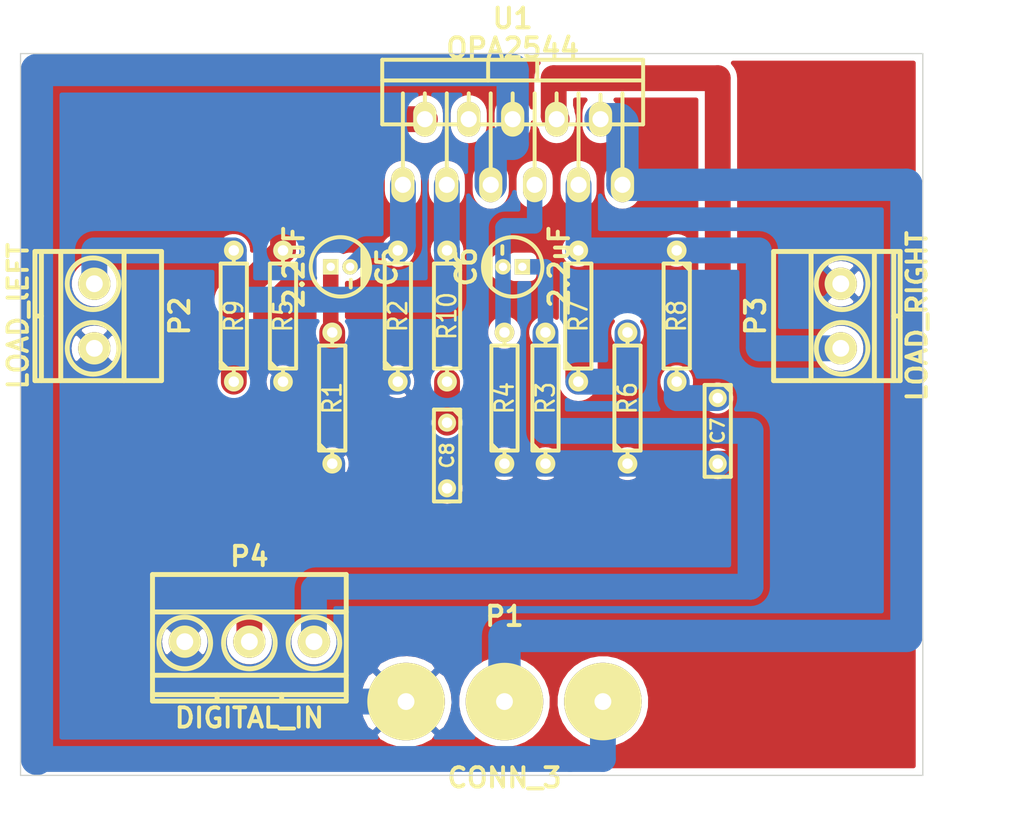
<source format=kicad_pcb>
(kicad_pcb (version 3) (host pcbnew "(2013-07-07 BZR 4022)-stable")

  (general
    (links 35)
    (no_connects 0)
    (area 69.781 18.97126 152.779999 85.25)
    (thickness 1.6)
    (drawings 8)
    (tracks 95)
    (zones 0)
    (modules 19)
    (nets 14)
  )

  (page A4 portrait)
  (layers
    (15 F.Cu signal)
    (0 B.Cu signal)
    (16 B.Adhes user)
    (17 F.Adhes user)
    (18 B.Paste user)
    (19 F.Paste user)
    (20 B.SilkS user)
    (21 F.SilkS user)
    (22 B.Mask user)
    (23 F.Mask user)
    (24 Dwgs.User user)
    (25 Cmts.User user)
    (26 Eco1.User user)
    (27 Eco2.User user)
    (28 Edge.Cuts user)
  )

  (setup
    (last_trace_width 2)
    (trace_clearance 0.254)
    (zone_clearance 0.5)
    (zone_45_only yes)
    (trace_min 0.254)
    (segment_width 0.2)
    (edge_width 0.1)
    (via_size 0.889)
    (via_drill 0.635)
    (via_min_size 0.889)
    (via_min_drill 0.508)
    (uvia_size 0.508)
    (uvia_drill 0.127)
    (uvias_allowed no)
    (uvia_min_size 0.508)
    (uvia_min_drill 0.127)
    (pcb_text_width 0.3)
    (pcb_text_size 1.5 1.5)
    (mod_edge_width 0.15)
    (mod_text_size 1 1)
    (mod_text_width 0.15)
    (pad_size 1.5 1.5)
    (pad_drill 0.6)
    (pad_to_mask_clearance 0)
    (aux_axis_origin 0 0)
    (visible_elements 7FFFFFFF)
    (pcbplotparams
      (layerselection 3178497)
      (usegerberextensions true)
      (excludeedgelayer true)
      (linewidth 0.150000)
      (plotframeref false)
      (viasonmask false)
      (mode 1)
      (useauxorigin false)
      (hpglpennumber 1)
      (hpglpenspeed 20)
      (hpglpendiameter 15)
      (hpglpenoverlay 2)
      (psnegative false)
      (psa4output false)
      (plotreference true)
      (plotvalue true)
      (plotothertext true)
      (plotinvisibletext false)
      (padsonsilk false)
      (subtractmaskfromsilk false)
      (outputformat 1)
      (mirror false)
      (drillshape 1)
      (scaleselection 1)
      (outputdirectory ""))
  )

  (net 0 "")
  (net 1 GND)
  (net 2 N-000001)
  (net 3 N-0000011)
  (net 4 N-0000012)
  (net 5 N-0000013)
  (net 6 N-0000014)
  (net 7 N-000002)
  (net 8 N-000003)
  (net 9 N-000004)
  (net 10 N-000006)
  (net 11 N-000007)
  (net 12 N-000008)
  (net 13 N-000009)

  (net_class Default "This is the default net class."
    (clearance 0.254)
    (trace_width 2)
    (via_dia 0.889)
    (via_drill 0.635)
    (uvia_dia 0.508)
    (uvia_drill 0.127)
    (add_net "")
    (add_net GND)
    (add_net N-000001)
    (add_net N-0000011)
    (add_net N-0000012)
    (add_net N-0000013)
    (add_net N-0000014)
    (add_net N-000002)
    (add_net N-000003)
    (add_net N-000004)
    (add_net N-000006)
    (add_net N-000007)
    (add_net N-000008)
    (add_net N-000009)
  )

  (module R4 (layer F.Cu) (tedit 200000) (tstamp 57F51FC9)
    (at 121.92 43.18 270)
    (descr "Resitance 4 pas")
    (tags R)
    (path /57DE73B3)
    (autoplace_cost180 10)
    (fp_text reference R8 (at 0 0 270) (layer F.SilkS)
      (effects (font (size 1.397 1.27) (thickness 0.2032)))
    )
    (fp_text value 1K (at 0 0 270) (layer F.SilkS) hide
      (effects (font (size 1.397 1.27) (thickness 0.2032)))
    )
    (fp_line (start -5.08 0) (end -4.064 0) (layer F.SilkS) (width 0.3048))
    (fp_line (start -4.064 0) (end -4.064 -1.016) (layer F.SilkS) (width 0.3048))
    (fp_line (start -4.064 -1.016) (end 4.064 -1.016) (layer F.SilkS) (width 0.3048))
    (fp_line (start 4.064 -1.016) (end 4.064 1.016) (layer F.SilkS) (width 0.3048))
    (fp_line (start 4.064 1.016) (end -4.064 1.016) (layer F.SilkS) (width 0.3048))
    (fp_line (start -4.064 1.016) (end -4.064 0) (layer F.SilkS) (width 0.3048))
    (fp_line (start -4.064 -0.508) (end -3.556 -1.016) (layer F.SilkS) (width 0.3048))
    (fp_line (start 5.08 0) (end 4.064 0) (layer F.SilkS) (width 0.3048))
    (pad 1 thru_hole circle (at -5.08 0 270) (size 1.524 1.524) (drill 0.8128)
      (layers *.Cu *.Mask F.SilkS)
      (net 13 N-000009)
    )
    (pad 2 thru_hole circle (at 5.08 0 270) (size 1.524 1.524) (drill 0.8128)
      (layers *.Cu *.Mask F.SilkS)
      (net 10 N-000006)
    )
    (model discret/resistor.wrl
      (at (xyz 0 0 0))
      (scale (xyz 0.4 0.4 0.4))
      (rotate (xyz 0 0 0))
    )
  )

  (module R4 (layer F.Cu) (tedit 200000) (tstamp 57F51FD7)
    (at 108.585 49.53 90)
    (descr "Resitance 4 pas")
    (tags R)
    (path /57DE7D83)
    (autoplace_cost180 10)
    (fp_text reference R4 (at 0 0 90) (layer F.SilkS)
      (effects (font (size 1.397 1.27) (thickness 0.2032)))
    )
    (fp_text value 22K (at 0 0 90) (layer F.SilkS) hide
      (effects (font (size 1.397 1.27) (thickness 0.2032)))
    )
    (fp_line (start -5.08 0) (end -4.064 0) (layer F.SilkS) (width 0.3048))
    (fp_line (start -4.064 0) (end -4.064 -1.016) (layer F.SilkS) (width 0.3048))
    (fp_line (start -4.064 -1.016) (end 4.064 -1.016) (layer F.SilkS) (width 0.3048))
    (fp_line (start 4.064 -1.016) (end 4.064 1.016) (layer F.SilkS) (width 0.3048))
    (fp_line (start 4.064 1.016) (end -4.064 1.016) (layer F.SilkS) (width 0.3048))
    (fp_line (start -4.064 1.016) (end -4.064 0) (layer F.SilkS) (width 0.3048))
    (fp_line (start -4.064 -0.508) (end -3.556 -1.016) (layer F.SilkS) (width 0.3048))
    (fp_line (start 5.08 0) (end 4.064 0) (layer F.SilkS) (width 0.3048))
    (pad 1 thru_hole circle (at -5.08 0 90) (size 1.524 1.524) (drill 0.8128)
      (layers *.Cu *.Mask F.SilkS)
      (net 1 GND)
    )
    (pad 2 thru_hole circle (at 5.08 0 90) (size 1.524 1.524) (drill 0.8128)
      (layers *.Cu *.Mask F.SilkS)
      (net 2 N-000001)
    )
    (model discret/resistor.wrl
      (at (xyz 0 0 0))
      (scale (xyz 0.4 0.4 0.4))
      (rotate (xyz 0 0 0))
    )
  )

  (module R4 (layer F.Cu) (tedit 200000) (tstamp 57F51FE5)
    (at 104.14 43.18 270)
    (descr "Resitance 4 pas")
    (tags R)
    (path /57DE73D1)
    (autoplace_cost180 10)
    (fp_text reference R10 (at 0 0 270) (layer F.SilkS)
      (effects (font (size 1.397 1.27) (thickness 0.2032)))
    )
    (fp_text value 1K (at 0 0 270) (layer F.SilkS) hide
      (effects (font (size 1.397 1.27) (thickness 0.2032)))
    )
    (fp_line (start -5.08 0) (end -4.064 0) (layer F.SilkS) (width 0.3048))
    (fp_line (start -4.064 0) (end -4.064 -1.016) (layer F.SilkS) (width 0.3048))
    (fp_line (start -4.064 -1.016) (end 4.064 -1.016) (layer F.SilkS) (width 0.3048))
    (fp_line (start 4.064 -1.016) (end 4.064 1.016) (layer F.SilkS) (width 0.3048))
    (fp_line (start 4.064 1.016) (end -4.064 1.016) (layer F.SilkS) (width 0.3048))
    (fp_line (start -4.064 1.016) (end -4.064 0) (layer F.SilkS) (width 0.3048))
    (fp_line (start -4.064 -0.508) (end -3.556 -1.016) (layer F.SilkS) (width 0.3048))
    (fp_line (start 5.08 0) (end 4.064 0) (layer F.SilkS) (width 0.3048))
    (pad 1 thru_hole circle (at -5.08 0 270) (size 1.524 1.524) (drill 0.8128)
      (layers *.Cu *.Mask F.SilkS)
      (net 11 N-000007)
    )
    (pad 2 thru_hole circle (at 5.08 0 270) (size 1.524 1.524) (drill 0.8128)
      (layers *.Cu *.Mask F.SilkS)
      (net 12 N-000008)
    )
    (model discret/resistor.wrl
      (at (xyz 0 0 0))
      (scale (xyz 0.4 0.4 0.4))
      (rotate (xyz 0 0 0))
    )
  )

  (module R4 (layer F.Cu) (tedit 200000) (tstamp 57F51FF3)
    (at 111.76 49.53 90)
    (descr "Resitance 4 pas")
    (tags R)
    (path /57DE7D7D)
    (autoplace_cost180 10)
    (fp_text reference R3 (at 0 0 90) (layer F.SilkS)
      (effects (font (size 1.397 1.27) (thickness 0.2032)))
    )
    (fp_text value 1M (at 0 0 90) (layer F.SilkS) hide
      (effects (font (size 1.397 1.27) (thickness 0.2032)))
    )
    (fp_line (start -5.08 0) (end -4.064 0) (layer F.SilkS) (width 0.3048))
    (fp_line (start -4.064 0) (end -4.064 -1.016) (layer F.SilkS) (width 0.3048))
    (fp_line (start -4.064 -1.016) (end 4.064 -1.016) (layer F.SilkS) (width 0.3048))
    (fp_line (start 4.064 -1.016) (end 4.064 1.016) (layer F.SilkS) (width 0.3048))
    (fp_line (start 4.064 1.016) (end -4.064 1.016) (layer F.SilkS) (width 0.3048))
    (fp_line (start -4.064 1.016) (end -4.064 0) (layer F.SilkS) (width 0.3048))
    (fp_line (start -4.064 -0.508) (end -3.556 -1.016) (layer F.SilkS) (width 0.3048))
    (fp_line (start 5.08 0) (end 4.064 0) (layer F.SilkS) (width 0.3048))
    (pad 1 thru_hole circle (at -5.08 0 90) (size 1.524 1.524) (drill 0.8128)
      (layers *.Cu *.Mask F.SilkS)
      (net 1 GND)
    )
    (pad 2 thru_hole circle (at 5.08 0 90) (size 1.524 1.524) (drill 0.8128)
      (layers *.Cu *.Mask F.SilkS)
      (net 9 N-000004)
    )
    (model discret/resistor.wrl
      (at (xyz 0 0 0))
      (scale (xyz 0.4 0.4 0.4))
      (rotate (xyz 0 0 0))
    )
  )

  (module R4 (layer F.Cu) (tedit 200000) (tstamp 57F52001)
    (at 100.33 43.18 90)
    (descr "Resitance 4 pas")
    (tags R)
    (path /57DE7C89)
    (autoplace_cost180 10)
    (fp_text reference R2 (at 0 0 90) (layer F.SilkS)
      (effects (font (size 1.397 1.27) (thickness 0.2032)))
    )
    (fp_text value 22K (at 0 0 90) (layer F.SilkS) hide
      (effects (font (size 1.397 1.27) (thickness 0.2032)))
    )
    (fp_line (start -5.08 0) (end -4.064 0) (layer F.SilkS) (width 0.3048))
    (fp_line (start -4.064 0) (end -4.064 -1.016) (layer F.SilkS) (width 0.3048))
    (fp_line (start -4.064 -1.016) (end 4.064 -1.016) (layer F.SilkS) (width 0.3048))
    (fp_line (start 4.064 -1.016) (end 4.064 1.016) (layer F.SilkS) (width 0.3048))
    (fp_line (start 4.064 1.016) (end -4.064 1.016) (layer F.SilkS) (width 0.3048))
    (fp_line (start -4.064 1.016) (end -4.064 0) (layer F.SilkS) (width 0.3048))
    (fp_line (start -4.064 -0.508) (end -3.556 -1.016) (layer F.SilkS) (width 0.3048))
    (fp_line (start 5.08 0) (end 4.064 0) (layer F.SilkS) (width 0.3048))
    (pad 1 thru_hole circle (at -5.08 0 90) (size 1.524 1.524) (drill 0.8128)
      (layers *.Cu *.Mask F.SilkS)
      (net 1 GND)
    )
    (pad 2 thru_hole circle (at 5.08 0 90) (size 1.524 1.524) (drill 0.8128)
      (layers *.Cu *.Mask F.SilkS)
      (net 6 N-0000014)
    )
    (model discret/resistor.wrl
      (at (xyz 0 0 0))
      (scale (xyz 0.4 0.4 0.4))
      (rotate (xyz 0 0 0))
    )
  )

  (module R4 (layer F.Cu) (tedit 200000) (tstamp 57F5200F)
    (at 95.25 49.53 90)
    (descr "Resitance 4 pas")
    (tags R)
    (path /57DE7C77)
    (autoplace_cost180 10)
    (fp_text reference R1 (at 0 0 90) (layer F.SilkS)
      (effects (font (size 1.397 1.27) (thickness 0.2032)))
    )
    (fp_text value 1M (at 0 0 90) (layer F.SilkS) hide
      (effects (font (size 1.397 1.27) (thickness 0.2032)))
    )
    (fp_line (start -5.08 0) (end -4.064 0) (layer F.SilkS) (width 0.3048))
    (fp_line (start -4.064 0) (end -4.064 -1.016) (layer F.SilkS) (width 0.3048))
    (fp_line (start -4.064 -1.016) (end 4.064 -1.016) (layer F.SilkS) (width 0.3048))
    (fp_line (start 4.064 -1.016) (end 4.064 1.016) (layer F.SilkS) (width 0.3048))
    (fp_line (start 4.064 1.016) (end -4.064 1.016) (layer F.SilkS) (width 0.3048))
    (fp_line (start -4.064 1.016) (end -4.064 0) (layer F.SilkS) (width 0.3048))
    (fp_line (start -4.064 -0.508) (end -3.556 -1.016) (layer F.SilkS) (width 0.3048))
    (fp_line (start 5.08 0) (end 4.064 0) (layer F.SilkS) (width 0.3048))
    (pad 1 thru_hole circle (at -5.08 0 90) (size 1.524 1.524) (drill 0.8128)
      (layers *.Cu *.Mask F.SilkS)
      (net 1 GND)
    )
    (pad 2 thru_hole circle (at 5.08 0 90) (size 1.524 1.524) (drill 0.8128)
      (layers *.Cu *.Mask F.SilkS)
      (net 5 N-0000013)
    )
    (model discret/resistor.wrl
      (at (xyz 0 0 0))
      (scale (xyz 0.4 0.4 0.4))
      (rotate (xyz 0 0 0))
    )
  )

  (module R4 (layer F.Cu) (tedit 200000) (tstamp 57F5201D)
    (at 91.44 43.18 90)
    (descr "Resitance 4 pas")
    (tags R)
    (path /57DE7941)
    (autoplace_cost180 10)
    (fp_text reference R5 (at 0 0 90) (layer F.SilkS)
      (effects (font (size 1.397 1.27) (thickness 0.2032)))
    )
    (fp_text value 1K (at 0 0 90) (layer F.SilkS) hide
      (effects (font (size 1.397 1.27) (thickness 0.2032)))
    )
    (fp_line (start -5.08 0) (end -4.064 0) (layer F.SilkS) (width 0.3048))
    (fp_line (start -4.064 0) (end -4.064 -1.016) (layer F.SilkS) (width 0.3048))
    (fp_line (start -4.064 -1.016) (end 4.064 -1.016) (layer F.SilkS) (width 0.3048))
    (fp_line (start 4.064 -1.016) (end 4.064 1.016) (layer F.SilkS) (width 0.3048))
    (fp_line (start 4.064 1.016) (end -4.064 1.016) (layer F.SilkS) (width 0.3048))
    (fp_line (start -4.064 1.016) (end -4.064 0) (layer F.SilkS) (width 0.3048))
    (fp_line (start -4.064 -0.508) (end -3.556 -1.016) (layer F.SilkS) (width 0.3048))
    (fp_line (start 5.08 0) (end 4.064 0) (layer F.SilkS) (width 0.3048))
    (pad 1 thru_hole circle (at -5.08 0 90) (size 1.524 1.524) (drill 0.8128)
      (layers *.Cu *.Mask F.SilkS)
      (net 1 GND)
    )
    (pad 2 thru_hole circle (at 5.08 0 90) (size 1.524 1.524) (drill 0.8128)
      (layers *.Cu *.Mask F.SilkS)
      (net 7 N-000002)
    )
    (model discret/resistor.wrl
      (at (xyz 0 0 0))
      (scale (xyz 0.4 0.4 0.4))
      (rotate (xyz 0 0 0))
    )
  )

  (module R4 (layer F.Cu) (tedit 200000) (tstamp 57F5202B)
    (at 87.63 43.18 90)
    (descr "Resitance 4 pas")
    (tags R)
    (path /57DE795C)
    (autoplace_cost180 10)
    (fp_text reference R9 (at 0 0 90) (layer F.SilkS)
      (effects (font (size 1.397 1.27) (thickness 0.2032)))
    )
    (fp_text value 20K (at 0 0 90) (layer F.SilkS) hide
      (effects (font (size 1.397 1.27) (thickness 0.2032)))
    )
    (fp_line (start -5.08 0) (end -4.064 0) (layer F.SilkS) (width 0.3048))
    (fp_line (start -4.064 0) (end -4.064 -1.016) (layer F.SilkS) (width 0.3048))
    (fp_line (start -4.064 -1.016) (end 4.064 -1.016) (layer F.SilkS) (width 0.3048))
    (fp_line (start 4.064 -1.016) (end 4.064 1.016) (layer F.SilkS) (width 0.3048))
    (fp_line (start 4.064 1.016) (end -4.064 1.016) (layer F.SilkS) (width 0.3048))
    (fp_line (start -4.064 1.016) (end -4.064 0) (layer F.SilkS) (width 0.3048))
    (fp_line (start -4.064 -0.508) (end -3.556 -1.016) (layer F.SilkS) (width 0.3048))
    (fp_line (start 5.08 0) (end 4.064 0) (layer F.SilkS) (width 0.3048))
    (pad 1 thru_hole circle (at -5.08 0 90) (size 1.524 1.524) (drill 0.8128)
      (layers *.Cu *.Mask F.SilkS)
      (net 7 N-000002)
    )
    (pad 2 thru_hole circle (at 5.08 0 90) (size 1.524 1.524) (drill 0.8128)
      (layers *.Cu *.Mask F.SilkS)
      (net 11 N-000007)
    )
    (model discret/resistor.wrl
      (at (xyz 0 0 0))
      (scale (xyz 0.4 0.4 0.4))
      (rotate (xyz 0 0 0))
    )
  )

  (module R4 (layer F.Cu) (tedit 200000) (tstamp 57F52039)
    (at 114.3 43.18 90)
    (descr "Resitance 4 pas")
    (tags R)
    (path /57DE7ABB)
    (autoplace_cost180 10)
    (fp_text reference R7 (at 0 0 90) (layer F.SilkS)
      (effects (font (size 1.397 1.27) (thickness 0.2032)))
    )
    (fp_text value 20K (at 0 0 90) (layer F.SilkS) hide
      (effects (font (size 1.397 1.27) (thickness 0.2032)))
    )
    (fp_line (start -5.08 0) (end -4.064 0) (layer F.SilkS) (width 0.3048))
    (fp_line (start -4.064 0) (end -4.064 -1.016) (layer F.SilkS) (width 0.3048))
    (fp_line (start -4.064 -1.016) (end 4.064 -1.016) (layer F.SilkS) (width 0.3048))
    (fp_line (start 4.064 -1.016) (end 4.064 1.016) (layer F.SilkS) (width 0.3048))
    (fp_line (start 4.064 1.016) (end -4.064 1.016) (layer F.SilkS) (width 0.3048))
    (fp_line (start -4.064 1.016) (end -4.064 0) (layer F.SilkS) (width 0.3048))
    (fp_line (start -4.064 -0.508) (end -3.556 -1.016) (layer F.SilkS) (width 0.3048))
    (fp_line (start 5.08 0) (end 4.064 0) (layer F.SilkS) (width 0.3048))
    (pad 1 thru_hole circle (at -5.08 0 90) (size 1.524 1.524) (drill 0.8128)
      (layers *.Cu *.Mask F.SilkS)
      (net 8 N-000003)
    )
    (pad 2 thru_hole circle (at 5.08 0 90) (size 1.524 1.524) (drill 0.8128)
      (layers *.Cu *.Mask F.SilkS)
      (net 13 N-000009)
    )
    (model discret/resistor.wrl
      (at (xyz 0 0 0))
      (scale (xyz 0.4 0.4 0.4))
      (rotate (xyz 0 0 0))
    )
  )

  (module R4 (layer F.Cu) (tedit 200000) (tstamp 57F52047)
    (at 118.11 49.53 90)
    (descr "Resitance 4 pas")
    (tags R)
    (path /57DE7B70)
    (autoplace_cost180 10)
    (fp_text reference R6 (at 0 0 90) (layer F.SilkS)
      (effects (font (size 1.397 1.27) (thickness 0.2032)))
    )
    (fp_text value 1K (at 0 0 90) (layer F.SilkS) hide
      (effects (font (size 1.397 1.27) (thickness 0.2032)))
    )
    (fp_line (start -5.08 0) (end -4.064 0) (layer F.SilkS) (width 0.3048))
    (fp_line (start -4.064 0) (end -4.064 -1.016) (layer F.SilkS) (width 0.3048))
    (fp_line (start -4.064 -1.016) (end 4.064 -1.016) (layer F.SilkS) (width 0.3048))
    (fp_line (start 4.064 -1.016) (end 4.064 1.016) (layer F.SilkS) (width 0.3048))
    (fp_line (start 4.064 1.016) (end -4.064 1.016) (layer F.SilkS) (width 0.3048))
    (fp_line (start -4.064 1.016) (end -4.064 0) (layer F.SilkS) (width 0.3048))
    (fp_line (start -4.064 -0.508) (end -3.556 -1.016) (layer F.SilkS) (width 0.3048))
    (fp_line (start 5.08 0) (end 4.064 0) (layer F.SilkS) (width 0.3048))
    (pad 1 thru_hole circle (at -5.08 0 90) (size 1.524 1.524) (drill 0.8128)
      (layers *.Cu *.Mask F.SilkS)
      (net 1 GND)
    )
    (pad 2 thru_hole circle (at 5.08 0 90) (size 1.524 1.524) (drill 0.8128)
      (layers *.Cu *.Mask F.SilkS)
      (net 8 N-000003)
    )
    (model discret/resistor.wrl
      (at (xyz 0 0 0))
      (scale (xyz 0.4 0.4 0.4))
      (rotate (xyz 0 0 0))
    )
  )

  (module Multiwatt11 (layer F.Cu) (tedit 4E4BB0F0) (tstamp 57F52068)
    (at 109.22 27.94)
    (descr "MultiWatt 11 pins")
    (path /57DE7014)
    (fp_text reference U1 (at 0 -7.80034) (layer F.SilkS)
      (effects (font (size 1.524 1.524) (thickness 0.3048)))
    )
    (fp_text value OPA2544 (at 0 -5.4991) (layer F.SilkS)
      (effects (font (size 1.524 1.524) (thickness 0.3048)))
    )
    (fp_line (start 10.09904 -4.59994) (end 10.09904 0.39878) (layer F.SilkS) (width 0.3048))
    (fp_line (start -10.09904 -4.59994) (end -10.09904 0.39878) (layer F.SilkS) (width 0.3048))
    (fp_line (start -6.79958 0) (end -6.79958 -1.99898) (layer F.SilkS) (width 0.3048))
    (fp_line (start -3.40106 0) (end -3.40106 -1.99898) (layer F.SilkS) (width 0.3048))
    (fp_line (start 0 0) (end 0 -1.99898) (layer F.SilkS) (width 0.3048))
    (fp_line (start 3.40106 0) (end 3.40106 -1.99898) (layer F.SilkS) (width 0.3048))
    (fp_line (start 6.79958 0) (end 6.79958 -1.89992) (layer F.SilkS) (width 0.3048))
    (fp_line (start 8.49884 5.10032) (end 8.49884 -1.99898) (layer F.SilkS) (width 0.3048))
    (fp_line (start 5.10032 5.10032) (end 5.10032 -1.99898) (layer F.SilkS) (width 0.3048))
    (fp_line (start 1.69926 5.10032) (end 1.69926 -1.99898) (layer F.SilkS) (width 0.3048))
    (fp_line (start -1.69926 5.10032) (end -1.69926 -1.99898) (layer F.SilkS) (width 0.3048))
    (fp_line (start -5.10032 5.10032) (end -5.10032 -1.99898) (layer F.SilkS) (width 0.3048))
    (fp_line (start -8.49884 5.10032) (end -8.49884 -1.99898) (layer F.SilkS) (width 0.3048))
    (fp_line (start 1.89992 -4.50088) (end 1.89992 -2.99974) (layer F.SilkS) (width 0.3048))
    (fp_line (start -1.89992 -2.9972) (end -1.89992 -4.49834) (layer F.SilkS) (width 0.3048))
    (fp_line (start 10.09904 -2.99974) (end -10.09904 -2.99974) (layer F.SilkS) (width 0.3048))
    (fp_line (start 10.09904 -4.59994) (end -10.09904 -4.59994) (layer F.SilkS) (width 0.3048))
    (fp_line (start -10.09904 0.40132) (end 10.09904 0.40132) (layer F.SilkS) (width 0.3048))
    (pad 1 thru_hole oval (at -8.49884 5.08) (size 1.80086 2.70002) (drill 1.24968)
      (layers *.Cu *.Mask F.SilkS)
      (net 6 N-0000014)
    )
    (pad 2 thru_hole oval (at -6.79958 0) (size 1.80086 2.70002) (drill 1.24968)
      (layers *.Cu *.Mask F.SilkS)
      (net 7 N-000002)
    )
    (pad 3 thru_hole oval (at -5.10032 5.08) (size 1.80086 2.70002) (drill 1.24968)
      (layers *.Cu *.Mask F.SilkS)
      (net 11 N-000007)
    )
    (pad 4 thru_hole oval (at -3.40106 0) (size 1.80086 2.70002) (drill 1.24968)
      (layers *.Cu *.Mask F.SilkS)
    )
    (pad 5 thru_hole oval (at -1.69926 5.08) (size 1.80086 2.70002) (drill 1.24968)
      (layers *.Cu *.Mask F.SilkS)
      (net 3 N-0000011)
    )
    (pad 6 thru_hole oval (at 0 0) (size 1.80086 2.70002) (drill 1.24968)
      (layers *.Cu *.Mask F.SilkS)
      (net 3 N-0000011)
    )
    (pad 7 thru_hole oval (at 1.69926 5.08) (size 1.80086 2.70002) (drill 1.24968)
      (layers *.Cu *.Mask F.SilkS)
      (net 2 N-000001)
    )
    (pad 8 thru_hole oval (at 3.40106 0) (size 1.80086 2.70002) (drill 1.24968)
      (layers *.Cu *.Mask F.SilkS)
      (net 8 N-000003)
    )
    (pad 9 thru_hole oval (at 5.10032 5.08) (size 1.80086 2.70002) (drill 1.24968)
      (layers *.Cu *.Mask F.SilkS)
      (net 13 N-000009)
    )
    (pad 10 thru_hole oval (at 6.79958 0) (size 1.80086 2.70002) (drill 1.24968)
      (layers *.Cu *.Mask F.SilkS)
      (net 4 N-0000012)
    )
    (pad 11 thru_hole oval (at 8.49884 5.08) (size 1.80086 2.70002) (drill 1.24968)
      (layers *.Cu *.Mask F.SilkS)
      (net 4 N-0000012)
    )
    (model walter/to/multiwatt11.wrl
      (at (xyz 0 0 0))
      (scale (xyz 1 1 1))
      (rotate (xyz 0 0 0))
    )
  )

  (module mkds_1,5-2 (layer F.Cu) (tedit 532D8FC0) (tstamp 57F5208B)
    (at 134.62 43.18 90)
    (descr "2-way 5mm pitch terminal block, Phoenix MKDS series")
    (path /57DE76AC)
    (fp_text reference P3 (at 0 -6.6 90) (layer F.SilkS)
      (effects (font (size 1.5 1.5) (thickness 0.3)))
    )
    (fp_text value LOAD_RIGHT (at 0 5.9 90) (layer F.SilkS)
      (effects (font (size 1.5 1.5) (thickness 0.3)))
    )
    (fp_line (start 0 4.1) (end 0 4.6) (layer F.SilkS) (width 0.381))
    (fp_circle (center 2.5 0.1) (end 0.5 0.1) (layer F.SilkS) (width 0.381))
    (fp_circle (center -2.5 0.1) (end -0.5 0.1) (layer F.SilkS) (width 0.381))
    (fp_line (start -5 2.6) (end 5 2.6) (layer F.SilkS) (width 0.381))
    (fp_line (start -5 -2.3) (end 5 -2.3) (layer F.SilkS) (width 0.381))
    (fp_line (start -5 4.1) (end 5 4.1) (layer F.SilkS) (width 0.381))
    (fp_line (start -5 4.6) (end 5 4.6) (layer F.SilkS) (width 0.381))
    (fp_line (start 5 4.6) (end 5 -5.2) (layer F.SilkS) (width 0.381))
    (fp_line (start 5 -5.2) (end -5 -5.2) (layer F.SilkS) (width 0.381))
    (fp_line (start -5 -5.2) (end -5 4.6) (layer F.SilkS) (width 0.381))
    (pad 1 thru_hole circle (at -2.5 0 90) (size 2.5 2.5) (drill 1.3)
      (layers *.Cu *.Mask F.SilkS)
      (net 13 N-000009)
    )
    (pad 2 thru_hole circle (at 2.5 0 90) (size 2.5 2.5) (drill 1.3)
      (layers *.Cu *.Mask F.SilkS)
      (net 1 GND)
    )
    (model walter/conn_mkds/mkds_1,5-2.wrl
      (at (xyz 0 0 0))
      (scale (xyz 1 1 1))
      (rotate (xyz 0 0 0))
    )
  )

  (module mkds_1,5-2 (layer F.Cu) (tedit 532D8FC0) (tstamp 57F5214A)
    (at 76.835 43.18 270)
    (descr "2-way 5mm pitch terminal block, Phoenix MKDS series")
    (path /57DE769F)
    (fp_text reference P2 (at 0 -6.6 270) (layer F.SilkS)
      (effects (font (size 1.5 1.5) (thickness 0.3)))
    )
    (fp_text value LOAD_lEFT (at 0 5.9 270) (layer F.SilkS)
      (effects (font (size 1.5 1.5) (thickness 0.3)))
    )
    (fp_line (start 0 4.1) (end 0 4.6) (layer F.SilkS) (width 0.381))
    (fp_circle (center 2.5 0.1) (end 0.5 0.1) (layer F.SilkS) (width 0.381))
    (fp_circle (center -2.5 0.1) (end -0.5 0.1) (layer F.SilkS) (width 0.381))
    (fp_line (start -5 2.6) (end 5 2.6) (layer F.SilkS) (width 0.381))
    (fp_line (start -5 -2.3) (end 5 -2.3) (layer F.SilkS) (width 0.381))
    (fp_line (start -5 4.1) (end 5 4.1) (layer F.SilkS) (width 0.381))
    (fp_line (start -5 4.6) (end 5 4.6) (layer F.SilkS) (width 0.381))
    (fp_line (start 5 4.6) (end 5 -5.2) (layer F.SilkS) (width 0.381))
    (fp_line (start 5 -5.2) (end -5 -5.2) (layer F.SilkS) (width 0.381))
    (fp_line (start -5 -5.2) (end -5 4.6) (layer F.SilkS) (width 0.381))
    (pad 1 thru_hole circle (at -2.5 0 270) (size 2.5 2.5) (drill 1.3)
      (layers *.Cu *.Mask F.SilkS)
      (net 11 N-000007)
    )
    (pad 2 thru_hole circle (at 2.5 0 270) (size 2.5 2.5) (drill 1.3)
      (layers *.Cu *.Mask F.SilkS)
      (net 1 GND)
    )
    (model walter/conn_mkds/mkds_1,5-2.wrl
      (at (xyz 0 0 0))
      (scale (xyz 1 1 1))
      (rotate (xyz 0 0 0))
    )
  )

  (module CP_4x7mm (layer F.Cu) (tedit 526424B7) (tstamp 57F520B6)
    (at 95.885 39.37 270)
    (descr "Capacitor, pol, cyl 4x7mm")
    (path /57DE7CA9)
    (fp_text reference C5 (at 0 -3.6 270) (layer F.SilkS)
      (effects (font (size 1.524 1.524) (thickness 0.3048)))
    )
    (fp_text value 2.2uF (at 0 3.6 270) (layer F.SilkS)
      (effects (font (size 1.524 1.524) (thickness 0.3048)))
    )
    (fp_line (start -0.7 -2.1) (end 0.7 -2.1) (layer F.SilkS) (width 0.3048))
    (fp_line (start -1.2 -1.9) (end 1.2 -1.9) (layer F.SilkS) (width 0.3048))
    (fp_line (start -1.5 -1.7) (end 1.5 -1.7) (layer F.SilkS) (width 0.3048))
    (fp_line (start 1 -0.8) (end 1.6 -0.8) (layer F.SilkS) (width 0.3))
    (fp_circle (center 0 0) (end -2.3 0) (layer F.SilkS) (width 0.3048))
    (pad 1 thru_hole rect (at 0 0.75 270) (size 1.2 1.2) (drill 0.65)
      (layers *.Cu *.Mask F.SilkS)
      (net 5 N-0000013)
    )
    (pad 2 thru_hole circle (at 0 -0.75 270) (size 1.2 1.2) (drill 0.65)
      (layers *.Cu *.Mask F.SilkS)
      (net 6 N-0000014)
    )
    (model walter/capacitors/cp_4x7mm.wrl
      (at (xyz 0 0 0))
      (scale (xyz 1 1 1))
      (rotate (xyz 0 0 0))
    )
  )

  (module CP_4x7mm (layer F.Cu) (tedit 526424B7) (tstamp 57F520C1)
    (at 109.22 39.37 90)
    (descr "Capacitor, pol, cyl 4x7mm")
    (path /57DE7D89)
    (fp_text reference C6 (at 0 -3.6 90) (layer F.SilkS)
      (effects (font (size 1.524 1.524) (thickness 0.3048)))
    )
    (fp_text value 2.2uF (at 0 3.6 90) (layer F.SilkS)
      (effects (font (size 1.524 1.524) (thickness 0.3048)))
    )
    (fp_line (start -0.7 -2.1) (end 0.7 -2.1) (layer F.SilkS) (width 0.3048))
    (fp_line (start -1.2 -1.9) (end 1.2 -1.9) (layer F.SilkS) (width 0.3048))
    (fp_line (start -1.5 -1.7) (end 1.5 -1.7) (layer F.SilkS) (width 0.3048))
    (fp_line (start 1 -0.8) (end 1.6 -0.8) (layer F.SilkS) (width 0.3))
    (fp_circle (center 0 0) (end -2.3 0) (layer F.SilkS) (width 0.3048))
    (pad 1 thru_hole rect (at 0 0.75 90) (size 1.2 1.2) (drill 0.65)
      (layers *.Cu *.Mask F.SilkS)
      (net 9 N-000004)
    )
    (pad 2 thru_hole circle (at 0 -0.75 90) (size 1.2 1.2) (drill 0.65)
      (layers *.Cu *.Mask F.SilkS)
      (net 2 N-000001)
    )
    (model walter/capacitors/cp_4x7mm.wrl
      (at (xyz 0 0 0))
      (scale (xyz 1 1 1))
      (rotate (xyz 0 0 0))
    )
  )

  (module C2 (layer F.Cu) (tedit 200000) (tstamp 57F520CC)
    (at 104.14 53.975 270)
    (descr "Condensateur = 2 pas")
    (tags C)
    (path /57DE73E0)
    (fp_text reference C8 (at 0 0 270) (layer F.SilkS)
      (effects (font (size 1.016 1.016) (thickness 0.2032)))
    )
    (fp_text value 0.22uF (at 0 0 270) (layer F.SilkS) hide
      (effects (font (size 1.016 1.016) (thickness 0.2032)))
    )
    (fp_line (start -3.556 -1.016) (end 3.556 -1.016) (layer F.SilkS) (width 0.3048))
    (fp_line (start 3.556 -1.016) (end 3.556 1.016) (layer F.SilkS) (width 0.3048))
    (fp_line (start 3.556 1.016) (end -3.556 1.016) (layer F.SilkS) (width 0.3048))
    (fp_line (start -3.556 1.016) (end -3.556 -1.016) (layer F.SilkS) (width 0.3048))
    (fp_line (start -3.556 -0.508) (end -3.048 -1.016) (layer F.SilkS) (width 0.3048))
    (pad 1 thru_hole circle (at -2.54 0 270) (size 1.397 1.397) (drill 0.8128)
      (layers *.Cu *.Mask F.SilkS)
      (net 12 N-000008)
    )
    (pad 2 thru_hole circle (at 2.54 0 270) (size 1.397 1.397) (drill 0.8128)
      (layers *.Cu *.Mask F.SilkS)
      (net 1 GND)
    )
    (model discret/capa_2pas_5x5mm.wrl
      (at (xyz 0 0 0))
      (scale (xyz 1 1 1))
      (rotate (xyz 0 0 0))
    )
  )

  (module C2 (layer F.Cu) (tedit 200000) (tstamp 57F520D7)
    (at 125.095 52.07 270)
    (descr "Condensateur = 2 pas")
    (tags C)
    (path /57DE73C2)
    (fp_text reference C7 (at 0 0 270) (layer F.SilkS)
      (effects (font (size 1.016 1.016) (thickness 0.2032)))
    )
    (fp_text value 0.22uF (at 0 0 270) (layer F.SilkS) hide
      (effects (font (size 1.016 1.016) (thickness 0.2032)))
    )
    (fp_line (start -3.556 -1.016) (end 3.556 -1.016) (layer F.SilkS) (width 0.3048))
    (fp_line (start 3.556 -1.016) (end 3.556 1.016) (layer F.SilkS) (width 0.3048))
    (fp_line (start 3.556 1.016) (end -3.556 1.016) (layer F.SilkS) (width 0.3048))
    (fp_line (start -3.556 1.016) (end -3.556 -1.016) (layer F.SilkS) (width 0.3048))
    (fp_line (start -3.556 -0.508) (end -3.048 -1.016) (layer F.SilkS) (width 0.3048))
    (pad 1 thru_hole circle (at -2.54 0 270) (size 1.397 1.397) (drill 0.8128)
      (layers *.Cu *.Mask F.SilkS)
      (net 10 N-000006)
    )
    (pad 2 thru_hole circle (at 2.54 0 270) (size 1.397 1.397) (drill 0.8128)
      (layers *.Cu *.Mask F.SilkS)
      (net 1 GND)
    )
    (model discret/capa_2pas_5x5mm.wrl
      (at (xyz 0 0 0))
      (scale (xyz 1 1 1))
      (rotate (xyz 0 0 0))
    )
  )

  (module MJ_CONN_3 (layer F.Cu) (tedit 580506A0) (tstamp 57F5207B)
    (at 108.585 73.025)
    (descr "3-way 5mm pitch terminal block, Phoenix MKDS series")
    (path /57F51E6A)
    (fp_text reference P1 (at 0 -6.6) (layer F.SilkS)
      (effects (font (size 1.5 1.5) (thickness 0.3)))
    )
    (fp_text value CONN_3 (at 0 5.9) (layer F.SilkS)
      (effects (font (size 1.5 1.5) (thickness 0.3)))
    )
    (pad 3 thru_hole circle (at 7.62 0) (size 6 6) (drill 1.3)
      (layers *.Cu *.Mask F.SilkS)
      (net 3 N-0000011)
    )
    (pad 1 thru_hole circle (at -7.62 0) (size 6 6) (drill 1.3)
      (layers *.Cu *.Mask F.SilkS)
      (net 1 GND)
    )
    (pad 2 thru_hole circle (at 0 0) (size 6 6) (drill 1.3)
      (layers *.Cu *.Mask F.SilkS)
      (net 4 N-0000012)
    )
    (model walter/conn_mkds/mkds_1,5-3.wrl
      (at (xyz 0 0 0))
      (scale (xyz 1 1 1))
      (rotate (xyz 0 0 0))
    )
  )

  (module mkds_1,5-3 (layer F.Cu) (tedit 532D9199) (tstamp 57F520AB)
    (at 88.8365 68.3895)
    (descr "3-way 5mm pitch terminal block, Phoenix MKDS series")
    (path /57F51DAE)
    (fp_text reference P4 (at 0 -6.6) (layer F.SilkS)
      (effects (font (size 1.5 1.5) (thickness 0.3)))
    )
    (fp_text value DIGITAL_IN (at 0 5.9) (layer F.SilkS)
      (effects (font (size 1.5 1.5) (thickness 0.3)))
    )
    (fp_circle (center 5 0.1) (end 3 0.1) (layer F.SilkS) (width 0.381))
    (fp_line (start 2.5 4.1) (end 2.5 4.6) (layer F.SilkS) (width 0.381))
    (fp_line (start -2.5 4.1) (end -2.5 4.6) (layer F.SilkS) (width 0.381))
    (fp_circle (center 0 0.1) (end -2 0.1) (layer F.SilkS) (width 0.381))
    (fp_circle (center -5 0.1) (end -3 0.1) (layer F.SilkS) (width 0.381))
    (fp_line (start -7.5 2.6) (end 7.5 2.6) (layer F.SilkS) (width 0.381))
    (fp_line (start -7.5 -2.3) (end 7.5 -2.3) (layer F.SilkS) (width 0.381))
    (fp_line (start -7.5 4.1) (end 7.5 4.1) (layer F.SilkS) (width 0.381))
    (fp_line (start -7.5 4.6) (end 7.5 4.6) (layer F.SilkS) (width 0.381))
    (fp_line (start 7.5 4.6) (end 7.5 -5.2) (layer F.SilkS) (width 0.381))
    (fp_line (start 7.5 -5.2) (end -7.5 -5.2) (layer F.SilkS) (width 0.381))
    (fp_line (start -7.5 -5.2) (end -7.5 4.6) (layer F.SilkS) (width 0.381))
    (pad 3 thru_hole circle (at 5 0) (size 2.5 2.5) (drill 1.3)
      (layers *.Cu *.Mask F.SilkS)
      (net 9 N-000004)
    )
    (pad 1 thru_hole circle (at -5 0) (size 2.5 2.5) (drill 1.3)
      (layers *.Cu *.Mask F.SilkS)
      (net 1 GND)
    )
    (pad 2 thru_hole circle (at 0 0) (size 2.5 2.5) (drill 1.3)
      (layers *.Cu *.Mask F.SilkS)
      (net 5 N-0000013)
    )
    (model walter/conn_mkds/mkds_1,5-3.wrl
      (at (xyz 0 0 0))
      (scale (xyz 1 1 1))
      (rotate (xyz 0 0 0))
    )
  )

  (dimension 69.85 (width 0.3) (layer Eco1.User)
    (gr_text "69,850 mm" (at 106.045 83.899999) (layer Eco1.User)
      (effects (font (size 1.5 1.5) (thickness 0.3)))
    )
    (feature1 (pts (xy 71.12 78.74) (xy 71.12 85.249999)))
    (feature2 (pts (xy 140.97 78.74) (xy 140.97 85.249999)))
    (crossbar (pts (xy 140.97 82.549999) (xy 71.12 82.549999)))
    (arrow1a (pts (xy 71.12 82.549999) (xy 72.246503 81.963579)))
    (arrow1b (pts (xy 71.12 82.549999) (xy 72.246503 83.136419)))
    (arrow2a (pts (xy 140.97 82.549999) (xy 139.843497 81.963579)))
    (arrow2b (pts (xy 140.97 82.549999) (xy 139.843497 83.136419)))
  )
  (dimension 55.88 (width 0.3) (layer Eco1.User)
    (gr_text "55,880 mm" (at 146.129999 50.8 270) (layer Eco1.User)
      (effects (font (size 1.5 1.5) (thickness 0.3)))
    )
    (feature1 (pts (xy 140.97 78.74) (xy 147.479999 78.74)))
    (feature2 (pts (xy 140.97 22.86) (xy 147.479999 22.86)))
    (crossbar (pts (xy 144.779999 22.86) (xy 144.779999 78.74)))
    (arrow1a (pts (xy 144.779999 78.74) (xy 144.193579 77.613497)))
    (arrow1b (pts (xy 144.779999 78.74) (xy 145.366419 77.613497)))
    (arrow2a (pts (xy 144.779999 22.86) (xy 144.193579 23.986503)))
    (arrow2b (pts (xy 144.779999 22.86) (xy 145.366419 23.986503)))
  )
  (gr_line (start 140.97 78.74) (end 116.205 78.74) (angle 90) (layer Edge.Cuts) (width 0.1))
  (gr_line (start 140.97 22.86) (end 140.97 78.74) (angle 90) (layer Edge.Cuts) (width 0.1))
  (gr_line (start 71.12 22.86) (end 140.97 22.86) (angle 90) (layer Edge.Cuts) (width 0.1))
  (gr_line (start 71.12 23.495) (end 71.12 22.86) (angle 90) (layer Edge.Cuts) (width 0.1))
  (gr_line (start 71.12 78.74) (end 71.12 23.495) (angle 90) (layer Edge.Cuts) (width 0.1))
  (gr_line (start 116.205 78.74) (end 71.12 78.74) (angle 90) (layer Edge.Cuts) (width 0.1))

  (segment (start 83.8365 68.3895) (end 83.8365 71.7385) (width 2) (layer B.Cu) (net 1))
  (segment (start 85.123 73.025) (end 100.965 73.025) (width 2) (layer B.Cu) (net 1) (tstamp 581388CA))
  (segment (start 83.8365 71.7385) (end 85.123 73.025) (width 2) (layer B.Cu) (net 1) (tstamp 581388C3))
  (segment (start 83.8365 68.3895) (end 83.8365 54.61) (width 2) (layer B.Cu) (net 1))
  (segment (start 108.585 54.61) (end 104.14 54.61) (width 2) (layer B.Cu) (net 1))
  (segment (start 104.14 54.61) (end 104.14 56.515) (width 2) (layer B.Cu) (net 1) (tstamp 580D2912))
  (segment (start 91.44 54.61) (end 83.8365 54.61) (width 2) (layer B.Cu) (net 1))
  (segment (start 83.8365 54.61) (end 76.835 54.61) (width 2) (layer B.Cu) (net 1) (tstamp 5813882D))
  (segment (start 76.835 54.61) (end 76.835 45.68) (width 2) (layer B.Cu) (net 1) (tstamp 580D28D3))
  (segment (start 91.44 48.26) (end 91.44 54.61) (width 2) (layer B.Cu) (net 1))
  (segment (start 91.44 54.61) (end 95.25 54.61) (width 2) (layer B.Cu) (net 1) (tstamp 580D2890))
  (segment (start 104.14 56.515) (end 95.25 56.515) (width 2) (layer B.Cu) (net 1))
  (segment (start 95.25 56.515) (end 95.25 54.61) (width 2) (layer B.Cu) (net 1) (tstamp 580D288A))
  (segment (start 134.62 40.68) (end 134.58 40.64) (width 2) (layer F.Cu) (net 1))
  (segment (start 128.27 54.61) (end 125.095 54.61) (width 2) (layer F.Cu) (net 1) (tstamp 580D277D))
  (segment (start 128.27 40.64) (end 128.27 54.61) (width 2) (layer F.Cu) (net 1) (tstamp 580D277B))
  (segment (start 134.58 40.64) (end 128.27 40.64) (width 2) (layer F.Cu) (net 1) (tstamp 580D2779))
  (segment (start 76.835 45.68) (end 76.835 45.72) (width 2) (layer B.Cu) (net 1) (status 80000))
  (segment (start 91.44 48.26) (end 100.33 48.26) (width 2) (layer B.Cu) (net 1) (status 80000))
  (segment (start 118.11 54.61) (end 125.095 54.61) (width 2) (layer B.Cu) (net 1) (status 80000))
  (segment (start 111.76 54.61) (end 118.11 54.61) (width 2) (layer B.Cu) (net 1) (status 80000))
  (segment (start 108.585 54.61) (end 111.76 54.61) (width 2) (layer B.Cu) (net 1) (status 80000))
  (segment (start 110.91926 33.02) (end 110.91926 36.195) (width 1.2) (layer B.Cu) (net 2))
  (segment (start 108.47 36.31) (end 108.47 39.37) (width 1.2) (layer B.Cu) (net 2) (tstamp 580D27F3))
  (segment (start 108.585 36.195) (end 108.47 36.31) (width 1.2) (layer B.Cu) (net 2) (tstamp 580D27F1))
  (segment (start 110.91926 36.195) (end 108.585 36.195) (width 1.2) (layer B.Cu) (net 2) (tstamp 580D27EF))
  (segment (start 110.91926 36.195) (end 110.91926 36.195) (width 1.2) (layer B.Cu) (net 2) (tstamp 580D27E5))
  (segment (start 108.47 39.37) (end 108.47 44.335) (width 1.2) (layer B.Cu) (net 2))
  (segment (start 108.47 44.335) (end 108.585 44.45) (width 1.2) (layer B.Cu) (net 2) (tstamp 580D272C))
  (segment (start 113.665 77.47) (end 116.205 77.47) (width 2) (layer B.Cu) (net 3))
  (segment (start 72.39 77.47) (end 113.665 77.47) (width 2) (layer B.Cu) (net 3) (tstamp 580D2546))
  (segment (start 72.39 24.13) (end 72.39 77.47) (width 2.5) (layer B.Cu) (net 3) (tstamp 580D253E))
  (segment (start 109.22 24.13) (end 72.39 24.13) (width 2.5) (layer B.Cu) (net 3) (tstamp 580D253D))
  (segment (start 109.22 27.94) (end 109.22 24.13) (width 2.5) (layer B.Cu) (net 3))
  (segment (start 116.205 77.47) (end 116.205 73.025) (width 2) (layer B.Cu) (net 3) (tstamp 581388D8))
  (segment (start 107.95 29.845) (end 107.52074 30.27426) (width 2.5) (layer B.Cu) (net 3))
  (segment (start 109.22 29.845) (end 107.95 29.845) (width 2.5) (layer B.Cu) (net 3) (tstamp 580D24B6))
  (segment (start 109.22 27.94) (end 109.22 29.845) (width 2.5) (layer B.Cu) (net 3))
  (segment (start 107.52074 30.27426) (end 107.52074 33.02) (width 2.5) (layer B.Cu) (net 3) (tstamp 580D24CA))
  (segment (start 116.01958 27.94) (end 117.475 27.94) (width 2.5) (layer B.Cu) (net 4))
  (segment (start 117.71884 28.18384) (end 117.71884 33.02) (width 2.5) (layer B.Cu) (net 4) (tstamp 580D284B))
  (segment (start 117.475 27.94) (end 117.71884 28.18384) (width 2) (layer B.Cu) (net 4) (tstamp 580D2849))
  (segment (start 108.585 73.025) (end 108.585 67.945) (width 2.5) (layer B.Cu) (net 4))
  (segment (start 139.7 33.02) (end 117.71884 33.02) (width 2.5) (layer B.Cu) (net 4) (tstamp 580D26BF))
  (segment (start 139.7 67.945) (end 139.7 33.02) (width 2.5) (layer B.Cu) (net 4) (tstamp 580D26BB))
  (segment (start 108.585 67.945) (end 139.7 67.945) (width 2.5) (layer B.Cu) (net 4) (tstamp 580D26B7))
  (segment (start 88.8365 68.3895) (end 88.8365 51.4985) (width 2) (layer F.Cu) (net 5))
  (segment (start 95.25 51.435) (end 88.9 51.435) (width 2) (layer F.Cu) (net 5) (tstamp 580D2787))
  (segment (start 95.25 51.435) (end 95.25 44.45) (width 2) (layer F.Cu) (net 5))
  (segment (start 88.8365 51.4985) (end 88.9 51.435) (width 2) (layer F.Cu) (net 5) (tstamp 581388A3))
  (segment (start 95.25 44.45) (end 95.135 44.335) (width 1.2) (layer F.Cu) (net 5))
  (segment (start 95.135 44.335) (end 95.135 39.37) (width 1.2) (layer F.Cu) (net 5) (tstamp 580D2757))
  (segment (start 96.635 39.37) (end 97.905 38.1) (width 1.2) (layer B.Cu) (net 6))
  (segment (start 97.905 38.1) (end 100.33 38.1) (width 1.2) (layer B.Cu) (net 6) (tstamp 580D275E))
  (segment (start 100.72116 33.02) (end 100.72116 37.70884) (width 2) (layer B.Cu) (net 6))
  (segment (start 100.72116 37.70884) (end 100.33 38.1) (width 2) (layer B.Cu) (net 6) (tstamp 580D24DF))
  (segment (start 102.42042 27.94) (end 91.44 27.94) (width 2) (layer F.Cu) (net 7))
  (segment (start 91.44 27.94) (end 91.44 38.1) (width 2) (layer F.Cu) (net 7) (tstamp 580D27C9))
  (segment (start 91.44 38.1) (end 87.63 41.91) (width 2) (layer F.Cu) (net 7) (status 80000))
  (segment (start 87.63 41.91) (end 87.63 48.26) (width 2) (layer F.Cu) (net 7) (status 80000))
  (segment (start 118.11 44.45) (end 118.11 48.26) (width 2) (layer B.Cu) (net 8))
  (segment (start 118.11 48.26) (end 114.3 48.26) (width 2) (layer B.Cu) (net 8) (tstamp 580D2880))
  (segment (start 114.3 48.26) (end 114.3 41.91) (width 2) (layer F.Cu) (net 8))
  (segment (start 112.395 27.71394) (end 112.62106 27.94) (width 2) (layer F.Cu) (net 8) (tstamp 580D27BE))
  (segment (start 112.395 24.765) (end 112.395 27.71394) (width 2) (layer F.Cu) (net 8) (tstamp 580D27B9))
  (segment (start 125.095 24.765) (end 112.395 24.765) (width 2) (layer F.Cu) (net 8) (tstamp 580D27B5))
  (segment (start 125.095 41.91) (end 125.095 24.765) (width 2) (layer F.Cu) (net 8) (tstamp 580D27B1))
  (segment (start 114.3 41.91) (end 125.095 41.91) (width 2) (layer F.Cu) (net 8) (tstamp 580D27AE))
  (segment (start 93.8365 68.3895) (end 93.8365 64.2785) (width 2) (layer B.Cu) (net 9))
  (segment (start 93.98 64.135) (end 127.635 64.135) (width 2) (layer B.Cu) (net 9))
  (segment (start 93.8365 64.2785) (end 93.98 64.135) (width 2) (layer B.Cu) (net 9) (tstamp 5813888C))
  (segment (start 127.635 52.07) (end 127.635 64.135) (width 2) (layer B.Cu) (net 9) (status 80000))
  (segment (start 127.635 64.135) (end 127.635 64.135) (width 2) (layer B.Cu) (net 9) (status 80000))
  (segment (start 109.97 39.37) (end 111.76 39.37) (width 1.2) (layer B.Cu) (net 9))
  (segment (start 111.76 39.37) (end 111.76 44.45) (width 1.2) (layer B.Cu) (net 9) (tstamp 580D2862))
  (segment (start 111.76 44.45) (end 111.76 52.07) (width 2) (layer B.Cu) (net 9) (status 80000))
  (segment (start 111.76 52.07) (end 111.76 52.07) (width 2) (layer B.Cu) (net 9) (status 80000))
  (segment (start 111.76 52.07) (end 127.635 52.07) (width 2) (layer B.Cu) (net 9) (status 80000))
  (segment (start 125.095 49.53) (end 121.92 49.53) (width 2) (layer B.Cu) (net 10))
  (segment (start 121.92 49.53) (end 121.92 48.26) (width 2) (layer B.Cu) (net 10) (tstamp 580D26E0))
  (segment (start 87.63 38.1) (end 76.835 38.1) (width 2) (layer B.Cu) (net 11))
  (segment (start 76.835 38.1) (end 76.835 40.68) (width 2) (layer B.Cu) (net 11) (tstamp 580D28C9))
  (segment (start 104.14 38.1) (end 104.14 41.91) (width 2) (layer B.Cu) (net 11))
  (segment (start 87.63 41.91) (end 87.63 38.1) (width 2) (layer B.Cu) (net 11) (tstamp 580D28BE))
  (segment (start 104.14 41.91) (end 87.63 41.91) (width 2) (layer B.Cu) (net 11) (tstamp 580D28A3))
  (segment (start 104.11968 33.02) (end 104.11968 38.07968) (width 2) (layer B.Cu) (net 11))
  (segment (start 104.11968 38.07968) (end 104.14 38.1) (width 2) (layer B.Cu) (net 11) (tstamp 580D24AD))
  (segment (start 104.14 48.26) (end 104.14 51.435) (width 2) (layer F.Cu) (net 12) (status 80000))
  (segment (start 134.62 45.68) (end 128.31 45.68) (width 2) (layer B.Cu) (net 13))
  (segment (start 128.27 38.1) (end 121.92 38.1) (width 2) (layer B.Cu) (net 13) (tstamp 580D2904))
  (segment (start 128.27 45.64) (end 128.27 38.1) (width 2) (layer B.Cu) (net 13) (tstamp 580D2902))
  (segment (start 128.31 45.68) (end 128.27 45.64) (width 2) (layer B.Cu) (net 13) (tstamp 580D2900))
  (segment (start 114.32032 33.02) (end 114.32032 38.07968) (width 2) (layer B.Cu) (net 13))
  (segment (start 114.32032 38.07968) (end 114.3 38.1) (width 2) (layer B.Cu) (net 13) (tstamp 580D24E8))
  (segment (start 121.92 38.1) (end 114.3 38.1) (width 2) (layer B.Cu) (net 13) (status 80000))

  (zone (net 1) (net_name GND) (layer F.Cu) (tstamp 58050A80) (hatch edge 0.508)
    (connect_pads (clearance 0.5))
    (min_thickness 0.354)
    (fill (arc_segments 32) (thermal_gap 0.508) (thermal_bridge_width 0.508))
    (polygon
      (pts
        (xy 140.97 78.74) (xy 140.97 22.86) (xy 71.12 22.86) (xy 71.12 78.74)
      )
    )
    (filled_polygon
      (pts
        (xy 140.243 78.013) (xy 136.564356 78.013) (xy 136.564356 40.684424) (xy 136.528186 40.306679) (xy 136.419333 39.943153)
        (xy 136.241944 39.607694) (xy 136.237047 39.600324) (xy 135.927044 39.481851) (xy 135.818149 39.590745) (xy 135.818149 39.372956)
        (xy 135.699676 39.062953) (xy 135.365028 38.884039) (xy 135.002001 38.773533) (xy 134.624424 38.735644) (xy 134.246679 38.771814)
        (xy 133.883153 38.880667) (xy 133.547694 39.058056) (xy 133.540324 39.062953) (xy 133.421851 39.372956) (xy 134.62 40.571106)
        (xy 135.818149 39.372956) (xy 135.818149 39.590745) (xy 134.728894 40.68) (xy 135.927044 41.878149) (xy 136.237047 41.759676)
        (xy 136.415961 41.425028) (xy 136.526467 41.062001) (xy 136.564356 40.684424) (xy 136.564356 78.013) (xy 136.547082 78.013)
        (xy 136.547082 45.491048) (xy 136.47368 45.120341) (xy 136.329672 44.770951) (xy 136.120543 44.456187) (xy 135.854259 44.188037)
        (xy 135.818149 44.16368) (xy 135.818149 41.987044) (xy 134.62 40.788894) (xy 134.511106 40.897788) (xy 134.511106 40.68)
        (xy 133.312956 39.481851) (xy 133.002953 39.600324) (xy 132.824039 39.934972) (xy 132.713533 40.297999) (xy 132.675644 40.675576)
        (xy 132.711814 41.053321) (xy 132.820667 41.416847) (xy 132.998056 41.752306) (xy 133.002953 41.759676) (xy 133.312956 41.878149)
        (xy 134.511106 40.68) (xy 134.511106 40.897788) (xy 133.421851 41.987044) (xy 133.540324 42.297047) (xy 133.874972 42.475961)
        (xy 134.237999 42.586467) (xy 134.615576 42.624356) (xy 134.993321 42.588186) (xy 135.356847 42.479333) (xy 135.692306 42.301944)
        (xy 135.699676 42.297047) (xy 135.818149 41.987044) (xy 135.818149 44.16368) (xy 135.540962 43.976716) (xy 135.192586 43.830273)
        (xy 134.822401 43.754284) (xy 134.444506 43.751646) (xy 134.073296 43.822458) (xy 133.722909 43.964024) (xy 133.406693 44.17095)
        (xy 133.136691 44.435356) (xy 132.923187 44.747169) (xy 132.774315 45.094514) (xy 132.695744 45.46416) (xy 132.690468 45.842027)
        (xy 132.758687 46.213723) (xy 132.897803 46.565089) (xy 133.102516 46.882743) (xy 133.365031 47.154584) (xy 133.675346 47.370259)
        (xy 134.021643 47.521553) (xy 134.390732 47.602702) (xy 134.768553 47.610616) (xy 135.140716 47.544994) (xy 135.493045 47.408334)
        (xy 135.812119 47.205843) (xy 136.085787 46.945233) (xy 136.303623 46.636431) (xy 136.45733 46.291198) (xy 136.541055 45.922686)
        (xy 136.547082 45.491048) (xy 136.547082 78.013) (xy 126.485066 78.013) (xy 126.485066 54.591194) (xy 126.470559 54.461349)
        (xy 126.470559 49.395125) (xy 126.418164 49.130513) (xy 126.31537 48.881118) (xy 126.166093 48.656438) (xy 125.976019 48.465031)
        (xy 125.752386 48.314189) (xy 125.503714 48.209657) (xy 125.239475 48.155417) (xy 124.969732 48.153533) (xy 124.70476 48.204079)
        (xy 124.454653 48.305129) (xy 124.228936 48.452834) (xy 124.036208 48.641568) (xy 123.883808 48.864142) (xy 123.777543 49.112078)
        (xy 123.721459 49.375933) (xy 123.717692 49.645656) (xy 123.766387 49.910974) (xy 123.865689 50.16178) (xy 124.011814 50.388523)
        (xy 124.199198 50.582564) (xy 124.420702 50.736514) (xy 124.667891 50.844508) (xy 124.931347 50.902432) (xy 125.201038 50.908081)
        (xy 125.466689 50.86124) (xy 125.718183 50.763692) (xy 125.94594 50.619153) (xy 126.141285 50.433129) (xy 126.296777 50.212704)
        (xy 126.406494 49.966276) (xy 126.466256 49.70323) (xy 126.470559 49.395125) (xy 126.470559 54.461349) (xy 126.45494 54.321553)
        (xy 126.373013 54.0629) (xy 126.263222 53.856414) (xy 126.009649 53.804245) (xy 125.900755 53.913139) (xy 125.900755 53.695351)
        (xy 125.848586 53.441778) (xy 125.607326 53.317653) (xy 125.34655 53.242755) (xy 125.076194 53.219934) (xy 124.806553 53.25006)
        (xy 124.5479 53.331987) (xy 124.341414 53.441778) (xy 124.289245 53.695351) (xy 125.095 54.501106) (xy 125.900755 53.695351)
        (xy 125.900755 53.913139) (xy 125.203894 54.61) (xy 126.009649 55.415755) (xy 126.263222 55.363586) (xy 126.387347 55.122326)
        (xy 126.462245 54.86155) (xy 126.485066 54.591194) (xy 126.485066 78.013) (xy 125.900755 78.013) (xy 125.900755 55.524649)
        (xy 125.095 54.718894) (xy 124.986106 54.827788) (xy 124.986106 54.61) (xy 124.180351 53.804245) (xy 123.926778 53.856414)
        (xy 123.802653 54.097674) (xy 123.727755 54.35845) (xy 123.704934 54.628806) (xy 123.73506 54.898447) (xy 123.816987 55.1571)
        (xy 123.926778 55.363586) (xy 124.180351 55.415755) (xy 124.986106 54.61) (xy 124.986106 54.827788) (xy 124.289245 55.524649)
        (xy 124.341414 55.778222) (xy 124.582674 55.902347) (xy 124.84345 55.977245) (xy 125.113806 56.000066) (xy 125.383447 55.96994)
        (xy 125.6421 55.888013) (xy 125.848586 55.778222) (xy 125.900755 55.524649) (xy 125.900755 78.013) (xy 123.359061 78.013)
        (xy 123.359061 48.118899) (xy 123.304248 47.842071) (xy 123.196709 47.581162) (xy 123.04054 47.34611) (xy 122.841691 47.145867)
        (xy 122.607735 46.988062) (xy 122.347583 46.878704) (xy 122.071144 46.821959) (xy 121.788949 46.819989) (xy 121.511745 46.872868)
        (xy 121.250092 46.978583) (xy 121.013955 47.133107) (xy 120.812329 47.330554) (xy 120.652894 47.563402) (xy 120.541723 47.822785)
        (xy 120.483049 48.09882) (xy 120.479109 48.380995) (xy 120.530052 48.658561) (xy 120.633938 48.920946) (xy 120.786809 49.158156)
        (xy 120.982843 49.361155) (xy 121.214573 49.522212) (xy 121.473173 49.635192) (xy 121.748792 49.69579) (xy 122.030933 49.7017)
        (xy 122.308848 49.652696) (xy 122.571952 49.550645) (xy 122.810223 49.399434) (xy 123.014586 49.204821) (xy 123.177257 48.974221)
        (xy 123.292039 48.716417) (xy 123.35456 48.441227) (xy 123.359061 48.118899) (xy 123.359061 78.013) (xy 119.882157 78.013)
        (xy 119.882157 72.664452) (xy 119.742095 71.957088) (xy 119.563912 71.524782) (xy 119.563912 54.593868) (xy 119.533088 54.311776)
        (xy 119.44806 54.041043) (xy 119.32992 53.818854) (xy 119.069853 53.759042) (xy 118.960958 53.867936) (xy 118.960958 53.650147)
        (xy 118.901146 53.39008) (xy 118.649129 53.259645) (xy 118.376575 53.180644) (xy 118.093868 53.156088) (xy 117.811776 53.186912)
        (xy 117.541043 53.27194) (xy 117.318854 53.39008) (xy 117.259042 53.650147) (xy 118.11 54.501106) (xy 118.960958 53.650147)
        (xy 118.960958 53.867936) (xy 118.218894 54.61) (xy 119.069853 55.460958) (xy 119.32992 55.401146) (xy 119.460355 55.149129)
        (xy 119.539356 54.876575) (xy 119.563912 54.593868) (xy 119.563912 71.524782) (xy 119.467307 71.290401) (xy 119.068258 70.689784)
        (xy 118.960958 70.581732) (xy 118.960958 55.569853) (xy 118.11 54.718894) (xy 118.001106 54.827788) (xy 118.001106 54.61)
        (xy 117.150147 53.759042) (xy 116.89008 53.818854) (xy 116.759645 54.070871) (xy 116.680644 54.343425) (xy 116.656088 54.626132)
        (xy 116.686912 54.908224) (xy 116.77194 55.178957) (xy 116.89008 55.401146) (xy 117.150147 55.460958) (xy 118.001106 54.61)
        (xy 118.001106 54.827788) (xy 117.259042 55.569853) (xy 117.318854 55.82992) (xy 117.570871 55.960355) (xy 117.843425 56.039356)
        (xy 118.126132 56.063912) (xy 118.408224 56.033088) (xy 118.678957 55.94806) (xy 118.901146 55.82992) (xy 118.960958 55.569853)
        (xy 118.960958 70.581732) (xy 118.560148 70.178115) (xy 117.962332 69.774882) (xy 117.297579 69.495446) (xy 116.591211 69.350449)
        (xy 115.870132 69.345415) (xy 115.161807 69.480535) (xy 114.493218 69.750663) (xy 113.88983 70.145509) (xy 113.374626 70.650034)
        (xy 113.213912 70.88475) (xy 113.213912 54.593868) (xy 113.183088 54.311776) (xy 113.09806 54.041043) (xy 112.97992 53.818854)
        (xy 112.719853 53.759042) (xy 112.610958 53.867936) (xy 112.610958 53.650147) (xy 112.551146 53.39008) (xy 112.299129 53.259645)
        (xy 112.026575 53.180644) (xy 111.743868 53.156088) (xy 111.461776 53.186912) (xy 111.191043 53.27194) (xy 110.968854 53.39008)
        (xy 110.909042 53.650147) (xy 111.76 54.501106) (xy 112.610958 53.650147) (xy 112.610958 53.867936) (xy 111.868894 54.61)
        (xy 112.719853 55.460958) (xy 112.97992 55.401146) (xy 113.110355 55.149129) (xy 113.189356 54.876575) (xy 113.213912 54.593868)
        (xy 113.213912 70.88475) (xy 112.96723 71.245021) (xy 112.68316 71.907806) (xy 112.610958 72.247488) (xy 112.610958 55.569853)
        (xy 111.76 54.718894) (xy 111.651106 54.827788) (xy 111.651106 54.61) (xy 110.800147 53.759042) (xy 110.54008 53.818854)
        (xy 110.409645 54.070871) (xy 110.330644 54.343425) (xy 110.306088 54.626132) (xy 110.336912 54.908224) (xy 110.42194 55.178957)
        (xy 110.54008 55.401146) (xy 110.800147 55.460958) (xy 111.651106 54.61) (xy 111.651106 54.827788) (xy 110.909042 55.569853)
        (xy 110.968854 55.82992) (xy 111.220871 55.960355) (xy 111.493425 56.039356) (xy 111.776132 56.063912) (xy 112.058224 56.033088)
        (xy 112.328957 55.94806) (xy 112.551146 55.82992) (xy 112.610958 55.569853) (xy 112.610958 72.247488) (xy 112.533235 72.613146)
        (xy 112.523167 73.334172) (xy 112.653339 74.043422) (xy 112.918792 74.713881) (xy 113.309416 75.320011) (xy 113.810332 75.838725)
        (xy 114.402461 76.250265) (xy 115.063247 76.538955) (xy 115.767522 76.6938) (xy 116.488461 76.708902) (xy 117.198603 76.583684)
        (xy 117.870898 76.322918) (xy 118.47974 75.936535) (xy 119.001939 75.439253) (xy 119.417602 74.850012) (xy 119.710899 74.191257)
        (xy 119.870656 73.48808) (xy 119.882157 72.664452) (xy 119.882157 78.013) (xy 116.205 78.013) (xy 112.262157 78.013)
        (xy 112.262157 72.664452) (xy 112.122095 71.957088) (xy 111.847307 71.290401) (xy 111.448258 70.689784) (xy 110.940148 70.178115)
        (xy 110.342332 69.774882) (xy 110.038912 69.647336) (xy 110.038912 54.593868) (xy 110.024061 54.457956) (xy 110.024061 44.308899)
        (xy 109.969248 44.032071) (xy 109.861709 43.771162) (xy 109.70554 43.53611) (xy 109.506691 43.335867) (xy 109.272735 43.178062)
        (xy 109.012583 43.068704) (xy 108.736144 43.011959) (xy 108.453949 43.009989) (xy 108.176745 43.062868) (xy 107.915092 43.168583)
        (xy 107.678955 43.323107) (xy 107.477329 43.520554) (xy 107.317894 43.753402) (xy 107.206723 44.012785) (xy 107.148049 44.28882)
        (xy 107.144109 44.570995) (xy 107.195052 44.848561) (xy 107.298938 45.110946) (xy 107.451809 45.348156) (xy 107.647843 45.551155)
        (xy 107.879573 45.712212) (xy 108.138173 45.825192) (xy 108.413792 45.88579) (xy 108.695933 45.8917) (xy 108.973848 45.842696)
        (xy 109.236952 45.740645) (xy 109.475223 45.589434) (xy 109.679586 45.394821) (xy 109.842257 45.164221) (xy 109.957039 44.906417)
        (xy 110.01956 44.631227) (xy 110.024061 44.308899) (xy 110.024061 54.457956) (xy 110.008088 54.311776) (xy 109.92306 54.041043)
        (xy 109.80492 53.818854) (xy 109.544853 53.759042) (xy 109.435958 53.867936) (xy 109.435958 53.650147) (xy 109.376146 53.39008)
        (xy 109.124129 53.259645) (xy 108.851575 53.180644) (xy 108.568868 53.156088) (xy 108.286776 53.186912) (xy 108.016043 53.27194)
        (xy 107.793854 53.39008) (xy 107.734042 53.650147) (xy 108.585 54.501106) (xy 109.435958 53.650147) (xy 109.435958 53.867936)
        (xy 108.693894 54.61) (xy 109.544853 55.460958) (xy 109.80492 55.401146) (xy 109.935355 55.149129) (xy 110.014356 54.876575)
        (xy 110.038912 54.593868) (xy 110.038912 69.647336) (xy 109.677579 69.495446) (xy 109.435958 69.445848) (xy 109.435958 55.569853)
        (xy 108.585 54.718894) (xy 108.476106 54.827788) (xy 108.476106 54.61) (xy 107.625147 53.759042) (xy 107.36508 53.818854)
        (xy 107.234645 54.070871) (xy 107.155644 54.343425) (xy 107.131088 54.626132) (xy 107.161912 54.908224) (xy 107.24694 55.178957)
        (xy 107.36508 55.401146) (xy 107.625147 55.460958) (xy 108.476106 54.61) (xy 108.476106 54.827788) (xy 107.734042 55.569853)
        (xy 107.793854 55.82992) (xy 108.045871 55.960355) (xy 108.318425 56.039356) (xy 108.601132 56.063912) (xy 108.883224 56.033088)
        (xy 109.153957 55.94806) (xy 109.376146 55.82992) (xy 109.435958 55.569853) (xy 109.435958 69.445848) (xy 108.971211 69.350449)
        (xy 108.250132 69.345415) (xy 107.541807 69.480535) (xy 106.873218 69.750663) (xy 106.26983 70.145509) (xy 105.817 70.588952)
        (xy 105.817 51.435) (xy 105.817 48.26) (xy 105.785062 47.934269) (xy 105.69711 47.642957) (xy 105.69711 33.479387)
        (xy 105.69711 32.560613) (xy 105.667068 32.254222) (xy 105.578087 31.959501) (xy 105.433555 31.687677) (xy 105.238978 31.449102)
        (xy 105.001768 31.252864) (xy 104.730959 31.106438) (xy 104.436866 31.015402) (xy 104.130692 30.983221) (xy 104.097379 30.986252)
        (xy 104.097379 27.951708) (xy 104.067716 27.625762) (xy 103.984288 27.3423) (xy 103.967808 27.174222) (xy 103.878827 26.879501)
        (xy 103.734295 26.607677) (xy 103.539718 26.369102) (xy 103.302508 26.172864) (xy 103.031699 26.026438) (xy 102.737606 25.935402)
        (xy 102.431432 25.903221) (xy 102.124839 25.931124) (xy 101.829504 26.018045) (xy 101.556677 26.160676) (xy 101.429411 26.263)
        (xy 91.44 26.263) (xy 91.282924 26.278401) (xy 91.125762 26.292704) (xy 91.120121 26.294364) (xy 91.114269 26.294938)
        (xy 90.963133 26.340568) (xy 90.811785 26.385113) (xy 90.806577 26.387835) (xy 90.800945 26.389536) (xy 90.661569 26.463643)
        (xy 90.521736 26.536746) (xy 90.517152 26.540431) (xy 90.511962 26.543191) (xy 90.389658 26.642939) (xy 90.266665 26.741829)
        (xy 90.262886 26.746332) (xy 90.258328 26.75005) (xy 90.157724 26.871658) (xy 90.056285 26.99255) (xy 90.053451 26.997703)
        (xy 90.049704 27.002234) (xy 89.974633 27.141073) (xy 89.89861 27.279359) (xy 89.896832 27.284961) (xy 89.894035 27.290136)
        (xy 89.847359 27.44092) (xy 89.799646 27.591332) (xy 89.79899 27.597175) (xy 89.797252 27.602792) (xy 89.78076 27.759696)
        (xy 89.763163 27.916585) (xy 89.763084 27.927879) (xy 89.763041 27.928292) (xy 89.763078 27.928705) (xy 89.763 27.94)
        (xy 89.763 37.405363) (xy 89.067072 38.10129) (xy 89.069061 37.958899) (xy 89.014248 37.682071) (xy 88.906709 37.421162)
        (xy 88.75054 37.18611) (xy 88.551691 36.985867) (xy 88.317735 36.828062) (xy 88.057583 36.718704) (xy 87.781144 36.661959)
        (xy 87.498949 36.659989) (xy 87.221745 36.712868) (xy 86.960092 36.818583) (xy 86.723955 36.973107) (xy 86.522329 37.170554)
        (xy 86.362894 37.403402) (xy 86.251723 37.662785) (xy 86.193049 37.93882) (xy 86.189109 38.220995) (xy 86.240052 38.498561)
        (xy 86.343938 38.760946) (xy 86.496809 38.998156) (xy 86.692843 39.201155) (xy 86.924573 39.362212) (xy 87.183173 39.475192)
        (xy 87.458792 39.53579) (xy 87.629008 39.539355) (xy 86.444182 40.724182) (xy 86.34585 40.843892) (xy 86.246285 40.96255)
        (xy 86.242037 40.970276) (xy 86.236439 40.977092) (xy 86.163229 41.113626) (xy 86.08861 41.249359) (xy 86.085943 41.257764)
        (xy 86.081776 41.265537) (xy 86.036487 41.413668) (xy 85.989646 41.561332) (xy 85.988662 41.570097) (xy 85.986085 41.578529)
        (xy 85.970433 41.732612) (xy 85.953163 41.886585) (xy 85.953043 41.903822) (xy 85.95301 41.904147) (xy 85.953038 41.904449)
        (xy 85.953 41.91) (xy 85.953 48.26) (xy 85.984938 48.585731) (xy 86.079536 48.899055) (xy 86.233191 49.188038)
        (xy 86.44005 49.441672) (xy 86.692234 49.650296) (xy 86.980136 49.805965) (xy 87.292792 49.902748) (xy 87.618292 49.936959)
        (xy 87.944238 49.907296) (xy 88.258215 49.814887) (xy 88.548264 49.663254) (xy 88.803335 49.458171) (xy 89.013715 49.20745)
        (xy 89.17139 48.920641) (xy 89.270354 48.608668) (xy 89.306837 48.283415) (xy 89.307 48.26) (xy 89.307 42.604636)
        (xy 92.625818 39.285819) (xy 92.72417 39.166082) (xy 92.823715 39.04745) (xy 92.827962 39.039723) (xy 92.833561 39.032908)
        (xy 92.906761 38.896389) (xy 92.98139 38.760641) (xy 92.984057 38.752233) (xy 92.988223 38.744464) (xy 93.033506 38.59635)
        (xy 93.080354 38.448668) (xy 93.081337 38.439904) (xy 93.083915 38.431472) (xy 93.099567 38.277378) (xy 93.116837 38.123415)
        (xy 93.116956 38.106179) (xy 93.11699 38.105854) (xy 93.116961 38.105551) (xy 93.117 38.1) (xy 93.117 29.617)
        (xy 101.429376 29.617) (xy 101.538332 29.707136) (xy 101.809141 29.853562) (xy 102.103234 29.944598) (xy 102.409408 29.976779)
        (xy 102.716001 29.948876) (xy 103.011336 29.861955) (xy 103.284163 29.719324) (xy 103.52409 29.526418) (xy 103.721979 29.290583)
        (xy 103.870292 29.020803) (xy 103.963379 28.727353) (xy 103.985856 28.526961) (xy 104.063168 28.277208) (xy 104.097379 27.951708)
        (xy 104.097379 30.986252) (xy 103.824099 31.011124) (xy 103.528764 31.098045) (xy 103.255937 31.240676) (xy 103.01601 31.433582)
        (xy 102.818121 31.669417) (xy 102.669808 31.939197) (xy 102.576721 32.232647) (xy 102.542404 32.538589) (xy 102.54225 32.560613)
        (xy 102.54225 33.479387) (xy 102.572292 33.785778) (xy 102.661273 34.080499) (xy 102.805805 34.352323) (xy 103.000382 34.590898)
        (xy 103.237592 34.787136) (xy 103.508401 34.933562) (xy 103.802494 35.024598) (xy 104.108668 35.056779) (xy 104.415261 35.028876)
        (xy 104.710596 34.941955) (xy 104.983423 34.799324) (xy 105.22335 34.606418) (xy 105.421239 34.370583) (xy 105.569552 34.100803)
        (xy 105.662639 33.807353) (xy 105.696956 33.501411) (xy 105.69711 33.479387) (xy 105.69711 47.642957) (xy 105.690464 47.620945)
        (xy 105.579061 47.411426) (xy 105.579061 37.958899) (xy 105.524248 37.682071) (xy 105.416709 37.421162) (xy 105.26054 37.18611)
        (xy 105.061691 36.985867) (xy 104.827735 36.828062) (xy 104.567583 36.718704) (xy 104.291144 36.661959) (xy 104.008949 36.659989)
        (xy 103.731745 36.712868) (xy 103.470092 36.818583) (xy 103.233955 36.973107) (xy 103.032329 37.170554) (xy 102.872894 37.403402)
        (xy 102.761723 37.662785) (xy 102.703049 37.93882) (xy 102.699109 38.220995) (xy 102.750052 38.498561) (xy 102.853938 38.760946)
        (xy 103.006809 38.998156) (xy 103.202843 39.201155) (xy 103.434573 39.362212) (xy 103.693173 39.475192) (xy 103.968792 39.53579)
        (xy 104.250933 39.5417) (xy 104.528848 39.492696) (xy 104.791952 39.390645) (xy 105.030223 39.239434) (xy 105.234586 39.044821)
        (xy 105.397257 38.814221) (xy 105.512039 38.556417) (xy 105.57456 38.281227) (xy 105.579061 37.958899) (xy 105.579061 47.411426)
        (xy 105.536809 47.331962) (xy 105.32995 47.078328) (xy 105.077766 46.869704) (xy 104.789864 46.714035) (xy 104.477208 46.617252)
        (xy 104.151708 46.583041) (xy 103.825762 46.612704) (xy 103.511785 46.705113) (xy 103.221736 46.856746) (xy 102.966665 47.061829)
        (xy 102.756285 47.31255) (xy 102.59861 47.599359) (xy 102.499646 47.911332) (xy 102.463163 48.236585) (xy 102.463 48.26)
        (xy 102.463 51.435) (xy 102.494938 51.760731) (xy 102.589536 52.074055) (xy 102.743191 52.363038) (xy 102.95005 52.616672)
        (xy 103.202234 52.825296) (xy 103.490136 52.980965) (xy 103.802792 53.077748) (xy 104.128292 53.111959) (xy 104.454238 53.082296)
        (xy 104.768215 52.989887) (xy 105.058264 52.838254) (xy 105.313335 52.633171) (xy 105.523715 52.38245) (xy 105.68139 52.095641)
        (xy 105.780354 51.783668) (xy 105.816837 51.458415) (xy 105.817 51.435) (xy 105.817 70.588952) (xy 105.754626 70.650034)
        (xy 105.530066 70.977995) (xy 105.530066 56.496194) (xy 105.49994 56.226553) (xy 105.418013 55.9679) (xy 105.308222 55.761414)
        (xy 105.054649 55.709245) (xy 104.945755 55.818139) (xy 104.945755 55.600351) (xy 104.893586 55.346778) (xy 104.652326 55.222653)
        (xy 104.39155 55.147755) (xy 104.121194 55.124934) (xy 103.851553 55.15506) (xy 103.5929 55.236987) (xy 103.386414 55.346778)
        (xy 103.334245 55.600351) (xy 104.14 56.406106) (xy 104.945755 55.600351) (xy 104.945755 55.818139) (xy 104.248894 56.515)
        (xy 105.054649 57.320755) (xy 105.308222 57.268586) (xy 105.432347 57.027326) (xy 105.507245 56.76655) (xy 105.530066 56.496194)
        (xy 105.530066 70.977995) (xy 105.34723 71.245021) (xy 105.06316 71.907806) (xy 104.945755 72.460151) (xy 104.945755 57.429649)
        (xy 104.14 56.623894) (xy 104.031106 56.732788) (xy 104.031106 56.515) (xy 103.225351 55.709245) (xy 102.971778 55.761414)
        (xy 102.847653 56.002674) (xy 102.772755 56.26345) (xy 102.749934 56.533806) (xy 102.78006 56.803447) (xy 102.861987 57.0621)
        (xy 102.971778 57.268586) (xy 103.225351 57.320755) (xy 104.031106 56.515) (xy 104.031106 56.732788) (xy 103.334245 57.429649)
        (xy 103.386414 57.683222) (xy 103.627674 57.807347) (xy 103.88845 57.882245) (xy 104.158806 57.905066) (xy 104.428447 57.87494)
        (xy 104.6871 57.793013) (xy 104.893586 57.683222) (xy 104.945755 57.429649) (xy 104.945755 72.460151) (xy 104.913235 72.613146)
        (xy 104.903167 73.334172) (xy 105.033339 74.043422) (xy 105.298792 74.713881) (xy 105.689416 75.320011) (xy 106.190332 75.838725)
        (xy 106.782461 76.250265) (xy 107.443247 76.538955) (xy 108.147522 76.6938) (xy 108.868461 76.708902) (xy 109.578603 76.583684)
        (xy 110.250898 76.322918) (xy 110.85974 75.936535) (xy 111.381939 75.439253) (xy 111.797602 74.850012) (xy 112.090899 74.191257)
        (xy 112.250656 73.48808) (xy 112.262157 72.664452) (xy 112.262157 78.013) (xy 104.667006 78.013) (xy 104.667006 73.103092)
        (xy 104.61167 72.382548) (xy 104.417433 71.686475) (xy 104.091695 71.041386) (xy 104.005264 70.911297) (xy 103.516057 70.582837)
        (xy 103.407163 70.691731) (xy 103.407163 70.473943) (xy 103.078703 69.984736) (xy 102.447925 69.632084) (xy 102.29859 69.583537)
        (xy 102.29859 33.479387) (xy 102.29859 32.560613) (xy 102.268548 32.254222) (xy 102.179567 31.959501) (xy 102.035035 31.687677)
        (xy 101.840458 31.449102) (xy 101.603248 31.252864) (xy 101.332439 31.106438) (xy 101.038346 31.015402) (xy 100.732172 30.983221)
        (xy 100.425579 31.011124) (xy 100.130244 31.098045) (xy 99.857417 31.240676) (xy 99.61749 31.433582) (xy 99.419601 31.669417)
        (xy 99.271288 31.939197) (xy 99.178201 32.232647) (xy 99.143884 32.538589) (xy 99.14373 32.560613) (xy 99.14373 33.479387)
        (xy 99.173772 33.785778) (xy 99.262753 34.080499) (xy 99.407285 34.352323) (xy 99.601862 34.590898) (xy 99.839072 34.787136)
        (xy 100.109881 34.933562) (xy 100.403974 35.024598) (xy 100.710148 35.056779) (xy 101.016741 35.028876) (xy 101.312076 34.941955)
        (xy 101.584903 34.799324) (xy 101.82483 34.606418) (xy 102.022719 34.370583) (xy 102.171032 34.100803) (xy 102.264119 33.807353)
        (xy 102.298436 33.501411) (xy 102.29859 33.479387) (xy 102.29859 69.583537) (xy 101.783912 69.416224) (xy 101.783912 48.243868)
        (xy 101.769061 48.107956) (xy 101.769061 37.958899) (xy 101.714248 37.682071) (xy 101.606709 37.421162) (xy 101.45054 37.18611)
        (xy 101.251691 36.985867) (xy 101.017735 36.828062) (xy 100.757583 36.718704) (xy 100.481144 36.661959) (xy 100.198949 36.659989)
        (xy 99.921745 36.712868) (xy 99.660092 36.818583) (xy 99.423955 36.973107) (xy 99.222329 37.170554) (xy 99.062894 37.403402)
        (xy 98.951723 37.662785) (xy 98.893049 37.93882) (xy 98.889109 38.220995) (xy 98.940052 38.498561) (xy 99.043938 38.760946)
        (xy 99.196809 38.998156) (xy 99.392843 39.201155) (xy 99.624573 39.362212) (xy 99.883173 39.475192) (xy 100.158792 39.53579)
        (xy 100.440933 39.5417) (xy 100.718848 39.492696) (xy 100.981952 39.390645) (xy 101.220223 39.239434) (xy 101.424586 39.044821)
        (xy 101.587257 38.814221) (xy 101.702039 38.556417) (xy 101.76456 38.281227) (xy 101.769061 37.958899) (xy 101.769061 48.107956)
        (xy 101.753088 47.961776) (xy 101.66806 47.691043) (xy 101.54992 47.468854) (xy 101.289853 47.409042) (xy 101.180958 47.517936)
        (xy 101.180958 47.300147) (xy 101.121146 47.04008) (xy 100.869129 46.909645) (xy 100.596575 46.830644) (xy 100.313868 46.806088)
        (xy 100.031776 46.836912) (xy 99.761043 46.92194) (xy 99.538854 47.04008) (xy 99.479042 47.300147) (xy 100.33 48.151106)
        (xy 101.180958 47.300147) (xy 101.180958 47.517936) (xy 100.438894 48.26) (xy 101.289853 49.110958) (xy 101.54992 49.051146)
        (xy 101.680355 48.799129) (xy 101.759356 48.526575) (xy 101.783912 48.243868) (xy 101.783912 69.416224) (xy 101.760662 69.408666)
        (xy 101.180958 69.339454) (xy 101.180958 49.219853) (xy 100.33 48.368894) (xy 100.221106 48.477788) (xy 100.221106 48.26)
        (xy 99.370147 47.409042) (xy 99.11008 47.468854) (xy 98.979645 47.720871) (xy 98.900644 47.993425) (xy 98.876088 48.276132)
        (xy 98.906912 48.558224) (xy 98.99194 48.828957) (xy 99.11008 49.051146) (xy 99.370147 49.110958) (xy 100.221106 48.26)
        (xy 100.221106 48.477788) (xy 99.479042 49.219853) (xy 99.538854 49.47992) (xy 99.790871 49.610355) (xy 100.063425 49.689356)
        (xy 100.346132 49.713912) (xy 100.628224 49.683088) (xy 100.898957 49.59806) (xy 101.121146 49.47992) (xy 101.180958 49.219853)
        (xy 101.180958 69.339454) (xy 101.043092 69.322994) (xy 100.322548 69.37833) (xy 99.626475 69.572567) (xy 98.981386 69.898305)
        (xy 98.851297 69.984736) (xy 98.522837 70.473943) (xy 100.965 72.916106) (xy 103.407163 70.473943) (xy 103.407163 70.691731)
        (xy 101.073894 73.025) (xy 103.516057 75.467163) (xy 104.005264 75.138703) (xy 104.357916 74.507925) (xy 104.581334 73.820662)
        (xy 104.667006 73.103092) (xy 104.667006 78.013) (xy 103.407163 78.013) (xy 103.407163 75.576057) (xy 100.965 73.133894)
        (xy 100.856106 73.242788) (xy 100.856106 73.025) (xy 98.413943 70.582837) (xy 97.924736 70.911297) (xy 97.912054 70.93398)
        (xy 97.912054 39.244784) (xy 97.863411 38.999121) (xy 97.767979 38.767584) (xy 97.629392 38.558994) (xy 97.452928 38.381294)
        (xy 97.245311 38.241254) (xy 97.014446 38.144208) (xy 96.769129 38.093851) (xy 96.518702 38.092103) (xy 96.272706 38.139029)
        (xy 96.108581 38.205339) (xy 96.058555 38.171597) (xy 95.936163 38.120148) (xy 95.806108 38.093452) (xy 95.673345 38.092525)
        (xy 94.468617 38.092972) (xy 94.338379 38.11876) (xy 94.215631 38.169353) (xy 94.105047 38.242825) (xy 94.010839 38.336376)
        (xy 93.936597 38.446445) (xy 93.885148 38.568837) (xy 93.858452 38.698892) (xy 93.857525 38.831655) (xy 93.857972 40.036383)
        (xy 93.858 40.036524) (xy 93.858 43.51762) (xy 93.70861 43.789359) (xy 93.609646 44.101332) (xy 93.573163 44.426585)
        (xy 93.573 44.45) (xy 93.573 49.758) (xy 92.893912 49.758) (xy 92.893912 48.243868) (xy 92.863088 47.961776)
        (xy 92.77806 47.691043) (xy 92.65992 47.468854) (xy 92.399853 47.409042) (xy 92.290958 47.517936) (xy 92.290958 47.300147)
        (xy 92.231146 47.04008) (xy 91.979129 46.909645) (xy 91.706575 46.830644) (xy 91.423868 46.806088) (xy 91.141776 46.836912)
        (xy 90.871043 46.92194) (xy 90.648854 47.04008) (xy 90.589042 47.300147) (xy 91.44 48.151106) (xy 92.290958 47.300147)
        (xy 92.290958 47.517936) (xy 91.548894 48.26) (xy 92.399853 49.110958) (xy 92.65992 49.051146) (xy 92.790355 48.799129)
        (xy 92.869356 48.526575) (xy 92.893912 48.243868) (xy 92.893912 49.758) (xy 92.290958 49.758) (xy 92.290958 49.219853)
        (xy 91.44 48.368894) (xy 91.331106 48.477788) (xy 91.331106 48.26) (xy 90.480147 47.409042) (xy 90.22008 47.468854)
        (xy 90.089645 47.720871) (xy 90.010644 47.993425) (xy 89.986088 48.276132) (xy 90.016912 48.558224) (xy 90.10194 48.828957)
        (xy 90.22008 49.051146) (xy 90.480147 49.110958) (xy 91.331106 48.26) (xy 91.331106 48.477788) (xy 90.589042 49.219853)
        (xy 90.648854 49.47992) (xy 90.900871 49.610355) (xy 91.173425 49.689356) (xy 91.456132 49.713912) (xy 91.738224 49.683088)
        (xy 92.008957 49.59806) (xy 92.231146 49.47992) (xy 92.290958 49.219853) (xy 92.290958 49.758) (xy 88.9 49.758)
        (xy 88.74579 49.77312) (xy 88.591514 49.786618) (xy 88.583049 49.789077) (xy 88.574269 49.789938) (xy 88.425936 49.834722)
        (xy 88.277216 49.877929) (xy 88.269386 49.881987) (xy 88.260945 49.884536) (xy 88.124185 49.957252) (xy 87.98664 50.028549)
        (xy 87.979746 50.034051) (xy 87.971962 50.038191) (xy 87.851919 50.136094) (xy 87.730854 50.232741) (xy 87.718582 50.244842)
        (xy 87.718328 50.24505) (xy 87.718132 50.245285) (xy 87.714182 50.249182) (xy 87.650682 50.312682) (xy 87.55235 50.432392)
        (xy 87.452785 50.55105) (xy 87.448537 50.558776) (xy 87.442939 50.565592) (xy 87.369729 50.702126) (xy 87.29511 50.837859)
        (xy 87.292443 50.846264) (xy 87.288276 50.854037) (xy 87.242987 51.002168) (xy 87.196146 51.149832) (xy 87.195162 51.158597)
        (xy 87.192585 51.167029) (xy 87.176933 51.321112) (xy 87.159663 51.475085) (xy 87.159543 51.492322) (xy 87.15951 51.492647)
        (xy 87.159538 51.492949) (xy 87.1595 51.4985) (xy 87.1595 67.427733) (xy 87.139687 67.456669) (xy 86.990815 67.804014)
        (xy 86.912244 68.17366) (xy 86.906968 68.551527) (xy 86.975187 68.923223) (xy 87.114303 69.274589) (xy 87.319016 69.592243)
        (xy 87.581531 69.864084) (xy 87.891846 70.079759) (xy 88.238143 70.231053) (xy 88.607232 70.312202) (xy 88.985053 70.320116)
        (xy 89.357216 70.254494) (xy 89.709545 70.117834) (xy 90.028619 69.915343) (xy 90.302287 69.654733) (xy 90.520123 69.345931)
        (xy 90.67383 69.000698) (xy 90.757555 68.632186) (xy 90.763582 68.200548) (xy 90.69018 67.829841) (xy 90.546172 67.480451)
        (xy 90.5135 67.431275) (xy 90.5135 53.112) (xy 95.25 53.112) (xy 95.407075 53.096598) (xy 95.564238 53.082296)
        (xy 95.569878 53.080635) (xy 95.575731 53.080062) (xy 95.726866 53.034431) (xy 95.878215 52.989887) (xy 95.883422 52.987164)
        (xy 95.889055 52.985464) (xy 96.02843 52.911356) (xy 96.168264 52.838254) (xy 96.172847 52.834568) (xy 96.178038 52.831809)
        (xy 96.300341 52.73206) (xy 96.423335 52.633171) (xy 96.427113 52.628667) (xy 96.431672 52.62495) (xy 96.532275 52.503341)
        (xy 96.633715 52.38245) (xy 96.636548 52.377296) (xy 96.640296 52.372766) (xy 96.715366 52.233926) (xy 96.79139 52.095641)
        (xy 96.793167 52.090038) (xy 96.795965 52.084864) (xy 96.84264 51.934079) (xy 96.890354 51.783668) (xy 96.891009 51.777824)
        (xy 96.892748 51.772208) (xy 96.909239 51.615303) (xy 96.926837 51.458415) (xy 96.926915 51.44712) (xy 96.926959 51.446708)
        (xy 96.926921 51.446294) (xy 96.927 51.435) (xy 96.927 44.45) (xy 96.895062 44.124269) (xy 96.800464 43.810945)
        (xy 96.646809 43.521962) (xy 96.43995 43.268328) (xy 96.412 43.245205) (xy 96.412 40.628526) (xy 96.483067 40.644151)
        (xy 96.733444 40.649396) (xy 96.980072 40.605909) (xy 97.213556 40.515346) (xy 97.425003 40.381158) (xy 97.606359 40.208455)
        (xy 97.750717 40.003815) (xy 97.852577 39.775034) (xy 97.90806 39.530825) (xy 97.912054 39.244784) (xy 97.912054 70.93398)
        (xy 97.572084 71.542075) (xy 97.348666 72.229338) (xy 97.262994 72.946908) (xy 97.31833 73.667452) (xy 97.512567 74.363525)
        (xy 97.838305 75.008614) (xy 97.924736 75.138703) (xy 98.413943 75.467163) (xy 100.856106 73.025) (xy 100.856106 73.242788)
        (xy 98.522837 75.576057) (xy 98.851297 76.065264) (xy 99.482075 76.417916) (xy 100.169338 76.641334) (xy 100.886908 76.727006)
        (xy 101.607452 76.67167) (xy 102.303525 76.477433) (xy 102.948614 76.151695) (xy 103.078703 76.065264) (xy 103.407163 75.576057)
        (xy 103.407163 78.013) (xy 96.703912 78.013) (xy 96.703912 54.593868) (xy 96.673088 54.311776) (xy 96.58806 54.041043)
        (xy 96.46992 53.818854) (xy 96.209853 53.759042) (xy 96.100958 53.867936) (xy 96.100958 53.650147) (xy 96.041146 53.39008)
        (xy 95.789129 53.259645) (xy 95.516575 53.180644) (xy 95.233868 53.156088) (xy 94.951776 53.186912) (xy 94.681043 53.27194)
        (xy 94.458854 53.39008) (xy 94.399042 53.650147) (xy 95.25 54.501106) (xy 96.100958 53.650147) (xy 96.100958 53.867936)
        (xy 95.358894 54.61) (xy 96.209853 55.460958) (xy 96.46992 55.401146) (xy 96.600355 55.149129) (xy 96.679356 54.876575)
        (xy 96.703912 54.593868) (xy 96.703912 78.013) (xy 96.100958 78.013) (xy 96.100958 55.569853) (xy 95.25 54.718894)
        (xy 95.141106 54.827788) (xy 95.141106 54.61) (xy 94.290147 53.759042) (xy 94.03008 53.818854) (xy 93.899645 54.070871)
        (xy 93.820644 54.343425) (xy 93.796088 54.626132) (xy 93.826912 54.908224) (xy 93.91194 55.178957) (xy 94.03008 55.401146)
        (xy 94.290147 55.460958) (xy 95.141106 54.61) (xy 95.141106 54.827788) (xy 94.399042 55.569853) (xy 94.458854 55.82992)
        (xy 94.710871 55.960355) (xy 94.983425 56.039356) (xy 95.266132 56.063912) (xy 95.548224 56.033088) (xy 95.818957 55.94806)
        (xy 96.041146 55.82992) (xy 96.100958 55.569853) (xy 96.100958 78.013) (xy 95.763582 78.013) (xy 95.763582 68.200548)
        (xy 95.69018 67.829841) (xy 95.546172 67.480451) (xy 95.337043 67.165687) (xy 95.070759 66.897537) (xy 94.757462 66.686216)
        (xy 94.409086 66.539773) (xy 94.038901 66.463784) (xy 93.661006 66.461146) (xy 93.289796 66.531958) (xy 92.939409 66.673524)
        (xy 92.623193 66.88045) (xy 92.353191 67.144856) (xy 92.139687 67.456669) (xy 91.990815 67.804014) (xy 91.912244 68.17366)
        (xy 91.906968 68.551527) (xy 91.975187 68.923223) (xy 92.114303 69.274589) (xy 92.319016 69.592243) (xy 92.581531 69.864084)
        (xy 92.891846 70.079759) (xy 93.238143 70.231053) (xy 93.607232 70.312202) (xy 93.985053 70.320116) (xy 94.357216 70.254494)
        (xy 94.709545 70.117834) (xy 95.028619 69.915343) (xy 95.302287 69.654733) (xy 95.520123 69.345931) (xy 95.67383 69.000698)
        (xy 95.757555 68.632186) (xy 95.763582 68.200548) (xy 95.763582 78.013) (xy 85.780856 78.013) (xy 85.780856 68.393924)
        (xy 85.744686 68.016179) (xy 85.635833 67.652653) (xy 85.458444 67.317194) (xy 85.453547 67.309824) (xy 85.143544 67.191351)
        (xy 85.034649 67.300245) (xy 85.034649 67.082456) (xy 84.916176 66.772453) (xy 84.581528 66.593539) (xy 84.218501 66.483033)
        (xy 83.840924 66.445144) (xy 83.463179 66.481314) (xy 83.099653 66.590167) (xy 82.764194 66.767556) (xy 82.756824 66.772453)
        (xy 82.638351 67.082456) (xy 83.8365 68.280606) (xy 85.034649 67.082456) (xy 85.034649 67.300245) (xy 83.945394 68.3895)
        (xy 85.143544 69.587649) (xy 85.453547 69.469176) (xy 85.632461 69.134528) (xy 85.742967 68.771501) (xy 85.780856 68.393924)
        (xy 85.780856 78.013) (xy 85.034649 78.013) (xy 85.034649 69.696544) (xy 83.8365 68.498394) (xy 83.727606 68.607288)
        (xy 83.727606 68.3895) (xy 82.529456 67.191351) (xy 82.219453 67.309824) (xy 82.040539 67.644472) (xy 81.930033 68.007499)
        (xy 81.892144 68.385076) (xy 81.928314 68.762821) (xy 82.037167 69.126347) (xy 82.214556 69.461806) (xy 82.219453 69.469176)
        (xy 82.529456 69.587649) (xy 83.727606 68.3895) (xy 83.727606 68.607288) (xy 82.638351 69.696544) (xy 82.756824 70.006547)
        (xy 83.091472 70.185461) (xy 83.454499 70.295967) (xy 83.832076 70.333856) (xy 84.209821 70.297686) (xy 84.573347 70.188833)
        (xy 84.908806 70.011444) (xy 84.916176 70.006547) (xy 85.034649 69.696544) (xy 85.034649 78.013) (xy 78.779356 78.013)
        (xy 78.779356 45.684424) (xy 78.762082 45.504021) (xy 78.762082 40.491048) (xy 78.68868 40.120341) (xy 78.544672 39.770951)
        (xy 78.335543 39.456187) (xy 78.069259 39.188037) (xy 77.755962 38.976716) (xy 77.407586 38.830273) (xy 77.037401 38.754284)
        (xy 76.659506 38.751646) (xy 76.288296 38.822458) (xy 75.937909 38.964024) (xy 75.621693 39.17095) (xy 75.351691 39.435356)
        (xy 75.138187 39.747169) (xy 74.989315 40.094514) (xy 74.910744 40.46416) (xy 74.905468 40.842027) (xy 74.973687 41.213723)
        (xy 75.112803 41.565089) (xy 75.317516 41.882743) (xy 75.580031 42.154584) (xy 75.890346 42.370259) (xy 76.236643 42.521553)
        (xy 76.605732 42.602702) (xy 76.983553 42.610616) (xy 77.355716 42.544994) (xy 77.708045 42.408334) (xy 78.027119 42.205843)
        (xy 78.300787 41.945233) (xy 78.518623 41.636431) (xy 78.67233 41.291198) (xy 78.756055 40.922686) (xy 78.762082 40.491048)
        (xy 78.762082 45.504021) (xy 78.743186 45.306679) (xy 78.634333 44.943153) (xy 78.456944 44.607694) (xy 78.452047 44.600324)
        (xy 78.142044 44.481851) (xy 78.033149 44.590745) (xy 78.033149 44.372956) (xy 77.914676 44.062953) (xy 77.580028 43.884039)
        (xy 77.217001 43.773533) (xy 76.839424 43.735644) (xy 76.461679 43.771814) (xy 76.098153 43.880667) (xy 75.762694 44.058056)
        (xy 75.755324 44.062953) (xy 75.636851 44.372956) (xy 76.835 45.571106) (xy 78.033149 44.372956) (xy 78.033149 44.590745)
        (xy 76.943894 45.68) (xy 78.142044 46.878149) (xy 78.452047 46.759676) (xy 78.630961 46.425028) (xy 78.741467 46.062001)
        (xy 78.779356 45.684424) (xy 78.779356 78.013) (xy 78.033149 78.013) (xy 78.033149 46.987044) (xy 76.835 45.788894)
        (xy 76.726106 45.897788) (xy 76.726106 45.68) (xy 75.527956 44.481851) (xy 75.217953 44.600324) (xy 75.039039 44.934972)
        (xy 74.928533 45.297999) (xy 74.890644 45.675576) (xy 74.926814 46.053321) (xy 75.035667 46.416847) (xy 75.213056 46.752306)
        (xy 75.217953 46.759676) (xy 75.527956 46.878149) (xy 76.726106 45.68) (xy 76.726106 45.897788) (xy 75.636851 46.987044)
        (xy 75.755324 47.297047) (xy 76.089972 47.475961) (xy 76.452999 47.586467) (xy 76.830576 47.624356) (xy 77.208321 47.588186)
        (xy 77.571847 47.479333) (xy 77.907306 47.301944) (xy 77.914676 47.297047) (xy 78.033149 46.987044) (xy 78.033149 78.013)
        (xy 71.847 78.013) (xy 71.847 23.587) (xy 111.203442 23.587) (xy 111.112724 23.696658) (xy 111.011285 23.81755)
        (xy 111.008451 23.822703) (xy 111.004704 23.827234) (xy 110.929633 23.966073) (xy 110.85361 24.104359) (xy 110.851832 24.109961)
        (xy 110.849035 24.115136) (xy 110.802359 24.26592) (xy 110.754646 24.416332) (xy 110.75399 24.422175) (xy 110.752252 24.427792)
        (xy 110.73576 24.584696) (xy 110.718163 24.741585) (xy 110.718084 24.752879) (xy 110.718041 24.753292) (xy 110.718078 24.753705)
        (xy 110.718 24.765) (xy 110.718 27.01064) (xy 110.678407 26.879501) (xy 110.533875 26.607677) (xy 110.339298 26.369102)
        (xy 110.102088 26.172864) (xy 109.831279 26.026438) (xy 109.537186 25.935402) (xy 109.231012 25.903221) (xy 108.924419 25.931124)
        (xy 108.629084 26.018045) (xy 108.356257 26.160676) (xy 108.11633 26.353582) (xy 107.918441 26.589417) (xy 107.770128 26.859197)
        (xy 107.677041 27.152647) (xy 107.642724 27.458589) (xy 107.64257 27.480613) (xy 107.64257 28.399387) (xy 107.672612 28.705778)
        (xy 107.761593 29.000499) (xy 107.906125 29.272323) (xy 108.100702 29.510898) (xy 108.337912 29.707136) (xy 108.608721 29.853562)
        (xy 108.902814 29.944598) (xy 109.208988 29.976779) (xy 109.515581 29.948876) (xy 109.810916 29.861955) (xy 110.083743 29.719324)
        (xy 110.32367 29.526418) (xy 110.521559 29.290583) (xy 110.669872 29.020803) (xy 110.762959 28.727353) (xy 110.797276 28.421411)
        (xy 110.79743 28.399387) (xy 110.79743 28.197325) (xy 110.837929 28.336724) (xy 110.841987 28.344553) (xy 110.844536 28.352995)
        (xy 110.917252 28.489754) (xy 110.988549 28.6273) (xy 110.994051 28.634193) (xy 110.998191 28.641978) (xy 111.087453 28.751424)
        (xy 111.162653 29.000499) (xy 111.307185 29.272323) (xy 111.501762 29.510898) (xy 111.738972 29.707136) (xy 112.009781 29.853562)
        (xy 112.303874 29.944598) (xy 112.610048 29.976779) (xy 112.916641 29.948876) (xy 113.211976 29.861955) (xy 113.484803 29.719324)
        (xy 113.72473 29.526418) (xy 113.922619 29.290583) (xy 114.070932 29.020803) (xy 114.164019 28.727353) (xy 114.18669 28.525231)
        (xy 114.262621 28.28294) (xy 114.297968 27.957562) (xy 114.269442 27.631514) (xy 114.184678 27.339752) (xy 114.168448 27.174222)
        (xy 114.079467 26.879501) (xy 114.072 26.865457) (xy 114.072 26.442) (xy 114.841718 26.442) (xy 114.718021 26.589417)
        (xy 114.569708 26.859197) (xy 114.476621 27.152647) (xy 114.442304 27.458589) (xy 114.44215 27.480613) (xy 114.44215 28.399387)
        (xy 114.472192 28.705778) (xy 114.561173 29.000499) (xy 114.705705 29.272323) (xy 114.900282 29.510898) (xy 115.137492 29.707136)
        (xy 115.408301 29.853562) (xy 115.702394 29.944598) (xy 116.008568 29.976779) (xy 116.315161 29.948876) (xy 116.610496 29.861955)
        (xy 116.883323 29.719324) (xy 117.12325 29.526418) (xy 117.321139 29.290583) (xy 117.469452 29.020803) (xy 117.562539 28.727353)
        (xy 117.596856 28.421411) (xy 117.59701 28.399387) (xy 117.59701 27.480613) (xy 117.566968 27.174222) (xy 117.477987 26.879501)
        (xy 117.333455 26.607677) (xy 117.198332 26.442) (xy 123.418 26.442) (xy 123.418 40.233) (xy 123.359061 40.233)
        (xy 123.359061 37.958899) (xy 123.304248 37.682071) (xy 123.196709 37.421162) (xy 123.04054 37.18611) (xy 122.841691 36.985867)
        (xy 122.607735 36.828062) (xy 122.347583 36.718704) (xy 122.071144 36.661959) (xy 121.788949 36.659989) (xy 121.511745 36.712868)
        (xy 121.250092 36.818583) (xy 121.013955 36.973107) (xy 120.812329 37.170554) (xy 120.652894 37.403402) (xy 120.541723 37.662785)
        (xy 120.483049 37.93882) (xy 120.479109 38.220995) (xy 120.530052 38.498561) (xy 120.633938 38.760946) (xy 120.786809 38.998156)
        (xy 120.982843 39.201155) (xy 121.214573 39.362212) (xy 121.473173 39.475192) (xy 121.748792 39.53579) (xy 122.030933 39.5417)
        (xy 122.308848 39.492696) (xy 122.571952 39.390645) (xy 122.810223 39.239434) (xy 123.014586 39.044821) (xy 123.177257 38.814221)
        (xy 123.292039 38.556417) (xy 123.35456 38.281227) (xy 123.359061 37.958899) (xy 123.359061 40.233) (xy 119.29627 40.233)
        (xy 119.29627 33.479387) (xy 119.29627 32.560613) (xy 119.266228 32.254222) (xy 119.177247 31.959501) (xy 119.032715 31.687677)
        (xy 118.838138 31.449102) (xy 118.600928 31.252864) (xy 118.330119 31.106438) (xy 118.036026 31.015402) (xy 117.729852 30.983221)
        (xy 117.423259 31.011124) (xy 117.127924 31.098045) (xy 116.855097 31.240676) (xy 116.61517 31.433582) (xy 116.417281 31.669417)
        (xy 116.268968 31.939197) (xy 116.175881 32.232647) (xy 116.141564 32.538589) (xy 116.14141 32.560613) (xy 116.14141 33.479387)
        (xy 116.171452 33.785778) (xy 116.260433 34.080499) (xy 116.404965 34.352323) (xy 116.599542 34.590898) (xy 116.836752 34.787136)
        (xy 117.107561 34.933562) (xy 117.401654 35.024598) (xy 117.707828 35.056779) (xy 118.014421 35.028876) (xy 118.309756 34.941955)
        (xy 118.582583 34.799324) (xy 118.82251 34.606418) (xy 119.020399 34.370583) (xy 119.168712 34.100803) (xy 119.261799 33.807353)
        (xy 119.296116 33.501411) (xy 119.29627 33.479387) (xy 119.29627 40.233) (xy 115.89775 40.233) (xy 115.89775 33.479387)
        (xy 115.89775 32.560613) (xy 115.867708 32.254222) (xy 115.778727 31.959501) (xy 115.634195 31.687677) (xy 115.439618 31.449102)
        (xy 115.202408 31.252864) (xy 114.931599 31.106438) (xy 114.637506 31.015402) (xy 114.331332 30.983221) (xy 114.024739 31.011124)
        (xy 113.729404 31.098045) (xy 113.456577 31.240676) (xy 113.21665 31.433582) (xy 113.018761 31.669417) (xy 112.870448 31.939197)
        (xy 112.777361 32.232647) (xy 112.743044 32.538589) (xy 112.74289 32.560613) (xy 112.74289 33.479387) (xy 112.772932 33.785778)
        (xy 112.861913 34.080499) (xy 113.006445 34.352323) (xy 113.201022 34.590898) (xy 113.438232 34.787136) (xy 113.709041 34.933562)
        (xy 114.003134 35.024598) (xy 114.309308 35.056779) (xy 114.615901 35.028876) (xy 114.911236 34.941955) (xy 115.184063 34.799324)
        (xy 115.42399 34.606418) (xy 115.621879 34.370583) (xy 115.770192 34.100803) (xy 115.863279 33.807353) (xy 115.897596 33.501411)
        (xy 115.89775 33.479387) (xy 115.89775 40.233) (xy 115.739061 40.233) (xy 115.739061 37.958899) (xy 115.684248 37.682071)
        (xy 115.576709 37.421162) (xy 115.42054 37.18611) (xy 115.221691 36.985867) (xy 114.987735 36.828062) (xy 114.727583 36.718704)
        (xy 114.451144 36.661959) (xy 114.168949 36.659989) (xy 113.891745 36.712868) (xy 113.630092 36.818583) (xy 113.393955 36.973107)
        (xy 113.192329 37.170554) (xy 113.032894 37.403402) (xy 112.921723 37.662785) (xy 112.863049 37.93882) (xy 112.859109 38.220995)
        (xy 112.910052 38.498561) (xy 113.013938 38.760946) (xy 113.166809 38.998156) (xy 113.362843 39.201155) (xy 113.594573 39.362212)
        (xy 113.853173 39.475192) (xy 114.128792 39.53579) (xy 114.410933 39.5417) (xy 114.688848 39.492696) (xy 114.951952 39.390645)
        (xy 115.190223 39.239434) (xy 115.394586 39.044821) (xy 115.557257 38.814221) (xy 115.672039 38.556417) (xy 115.73456 38.281227)
        (xy 115.739061 37.958899) (xy 115.739061 40.233) (xy 114.3 40.233) (xy 114.142924 40.248401) (xy 113.985762 40.262704)
        (xy 113.980121 40.264364) (xy 113.974269 40.264938) (xy 113.823133 40.310568) (xy 113.671785 40.355113) (xy 113.666577 40.357835)
        (xy 113.660945 40.359536) (xy 113.521569 40.433643) (xy 113.381736 40.506746) (xy 113.377152 40.510431) (xy 113.371962 40.513191)
        (xy 113.249658 40.612939) (xy 113.126665 40.711829) (xy 113.122886 40.716332) (xy 113.118328 40.72005) (xy 113.017724 40.841658)
        (xy 112.916285 40.96255) (xy 112.913451 40.967703) (xy 112.909704 40.972234) (xy 112.834633 41.111073) (xy 112.75861 41.249359)
        (xy 112.756832 41.254961) (xy 112.754035 41.260136) (xy 112.707359 41.41092) (xy 112.659646 41.561332) (xy 112.65899 41.567175)
        (xy 112.657252 41.572792) (xy 112.64076 41.729696) (xy 112.623163 41.886585) (xy 112.623084 41.897879) (xy 112.623041 41.898292)
        (xy 112.623078 41.898705) (xy 112.623 41.91) (xy 112.623 43.296279) (xy 112.49669 43.211082) (xy 112.49669 33.479387)
        (xy 112.49669 32.560613) (xy 112.466648 32.254222) (xy 112.377667 31.959501) (xy 112.233135 31.687677) (xy 112.038558 31.449102)
        (xy 111.801348 31.252864) (xy 111.530539 31.106438) (xy 111.236446 31.015402) (xy 110.930272 30.983221) (xy 110.623679 31.011124)
        (xy 110.328344 31.098045) (xy 110.055517 31.240676) (xy 109.81559 31.433582) (xy 109.617701 31.669417) (xy 109.469388 31.939197)
        (xy 109.376301 32.232647) (xy 109.341984 32.538589) (xy 109.34183 32.560613) (xy 109.34183 33.479387) (xy 109.371872 33.785778)
        (xy 109.460853 34.080499) (xy 109.605385 34.352323) (xy 109.799962 34.590898) (xy 110.037172 34.787136) (xy 110.307981 34.933562)
        (xy 110.602074 35.024598) (xy 110.908248 35.056779) (xy 111.214841 35.028876) (xy 111.510176 34.941955) (xy 111.783003 34.799324)
        (xy 112.02293 34.606418) (xy 112.220819 34.370583) (xy 112.369132 34.100803) (xy 112.462219 33.807353) (xy 112.496536 33.501411)
        (xy 112.49669 33.479387) (xy 112.49669 43.211082) (xy 112.447735 43.178062) (xy 112.187583 43.068704) (xy 111.911144 43.011959)
        (xy 111.628949 43.009989) (xy 111.351745 43.062868) (xy 111.247475 43.104995) (xy 111.247475 39.908345) (xy 111.247028 38.703617)
        (xy 111.22124 38.573379) (xy 111.170647 38.450631) (xy 111.097175 38.340047) (xy 111.003624 38.245839) (xy 110.893555 38.171597)
        (xy 110.771163 38.120148) (xy 110.641108 38.093452) (xy 110.508345 38.092525) (xy 109.303617 38.092972) (xy 109.173379 38.11876)
        (xy 109.09817 38.149758) (xy 109.09817 33.479387) (xy 109.09817 32.560613) (xy 109.068128 32.254222) (xy 108.979147 31.959501)
        (xy 108.834615 31.687677) (xy 108.640038 31.449102) (xy 108.402828 31.252864) (xy 108.132019 31.106438) (xy 107.837926 31.015402)
        (xy 107.531752 30.983221) (xy 107.39637 30.995542) (xy 107.39637 28.399387) (xy 107.39637 27.480613) (xy 107.366328 27.174222)
        (xy 107.277347 26.879501) (xy 107.132815 26.607677) (xy 106.938238 26.369102) (xy 106.701028 26.172864) (xy 106.430219 26.026438)
        (xy 106.136126 25.935402) (xy 105.829952 25.903221) (xy 105.523359 25.931124) (xy 105.228024 26.018045) (xy 104.955197 26.160676)
        (xy 104.71527 26.353582) (xy 104.517381 26.589417) (xy 104.369068 26.859197) (xy 104.275981 27.152647) (xy 104.241664 27.458589)
        (xy 104.24151 27.480613) (xy 104.24151 28.399387) (xy 104.271552 28.705778) (xy 104.360533 29.000499) (xy 104.505065 29.272323)
        (xy 104.699642 29.510898) (xy 104.936852 29.707136) (xy 105.207661 29.853562) (xy 105.501754 29.944598) (xy 105.807928 29.976779)
        (xy 106.114521 29.948876) (xy 106.409856 29.861955) (xy 106.682683 29.719324) (xy 106.92261 29.526418) (xy 107.120499 29.290583)
        (xy 107.268812 29.020803) (xy 107.361899 28.727353) (xy 107.396216 28.421411) (xy 107.39637 28.399387) (xy 107.39637 30.995542)
        (xy 107.225159 31.011124) (xy 106.929824 31.098045) (xy 106.656997 31.240676) (xy 106.41707 31.433582) (xy 106.219181 31.669417)
        (xy 106.070868 31.939197) (xy 105.977781 32.232647) (xy 105.943464 32.538589) (xy 105.94331 32.560613) (xy 105.94331 33.479387)
        (xy 105.973352 33.785778) (xy 106.062333 34.080499) (xy 106.206865 34.352323) (xy 106.401442 34.590898) (xy 106.638652 34.787136)
        (xy 106.909461 34.933562) (xy 107.203554 35.024598) (xy 107.509728 35.056779) (xy 107.816321 35.028876) (xy 108.111656 34.941955)
        (xy 108.384483 34.799324) (xy 108.62441 34.606418) (xy 108.822299 34.370583) (xy 108.970612 34.100803) (xy 109.063699 33.807353)
        (xy 109.098016 33.501411) (xy 109.09817 33.479387) (xy 109.09817 38.149758) (xy 109.050631 38.169353) (xy 108.995849 38.205749)
        (xy 108.849446 38.144208) (xy 108.604129 38.093851) (xy 108.353702 38.092103) (xy 108.107706 38.139029) (xy 107.875509 38.232843)
        (xy 107.665956 38.369971) (xy 107.487029 38.545189) (xy 107.345543 38.751824) (xy 107.246887 38.982006) (xy 107.194819 39.226966)
        (xy 107.191322 39.477374) (xy 107.23653 39.723692) (xy 107.32872 39.956538) (xy 107.464382 40.167043) (xy 107.638347 40.347189)
        (xy 107.843989 40.490114) (xy 108.073476 40.590375) (xy 108.318067 40.644151) (xy 108.568444 40.649396) (xy 108.815072 40.605909)
        (xy 108.997274 40.535237) (xy 109.046445 40.568403) (xy 109.168837 40.619852) (xy 109.298892 40.646548) (xy 109.431655 40.647475)
        (xy 110.636383 40.647028) (xy 110.766621 40.62124) (xy 110.889369 40.570647) (xy 110.999953 40.497175) (xy 111.094161 40.403624)
        (xy 111.168403 40.293555) (xy 111.219852 40.171163) (xy 111.246548 40.041108) (xy 111.247475 39.908345) (xy 111.247475 43.104995)
        (xy 111.090092 43.168583) (xy 110.853955 43.323107) (xy 110.652329 43.520554) (xy 110.492894 43.753402) (xy 110.381723 44.012785)
        (xy 110.323049 44.28882) (xy 110.319109 44.570995) (xy 110.370052 44.848561) (xy 110.473938 45.110946) (xy 110.626809 45.348156)
        (xy 110.822843 45.551155) (xy 111.054573 45.712212) (xy 111.313173 45.825192) (xy 111.588792 45.88579) (xy 111.870933 45.8917)
        (xy 112.148848 45.842696) (xy 112.411952 45.740645) (xy 112.623 45.60671) (xy 112.623 48.26) (xy 112.654938 48.585731)
        (xy 112.749536 48.899055) (xy 112.903191 49.188038) (xy 113.11005 49.441672) (xy 113.362234 49.650296) (xy 113.650136 49.805965)
        (xy 113.962792 49.902748) (xy 114.288292 49.936959) (xy 114.614238 49.907296) (xy 114.928215 49.814887) (xy 115.218264 49.663254)
        (xy 115.473335 49.458171) (xy 115.683715 49.20745) (xy 115.84139 48.920641) (xy 115.940354 48.608668) (xy 115.976837 48.283415)
        (xy 115.977 48.26) (xy 115.977 43.587) (xy 116.956832 43.587) (xy 116.842894 43.753402) (xy 116.731723 44.012785)
        (xy 116.673049 44.28882) (xy 116.669109 44.570995) (xy 116.720052 44.848561) (xy 116.823938 45.110946) (xy 116.976809 45.348156)
        (xy 117.172843 45.551155) (xy 117.404573 45.712212) (xy 117.663173 45.825192) (xy 117.938792 45.88579) (xy 118.220933 45.8917)
        (xy 118.498848 45.842696) (xy 118.761952 45.740645) (xy 119.000223 45.589434) (xy 119.204586 45.394821) (xy 119.367257 45.164221)
        (xy 119.482039 44.906417) (xy 119.54456 44.631227) (xy 119.549061 44.308899) (xy 119.494248 44.032071) (xy 119.386709 43.771162)
        (xy 119.264351 43.587) (xy 125.095 43.587) (xy 125.252075 43.571598) (xy 125.409238 43.557296) (xy 125.414878 43.555635)
        (xy 125.420731 43.555062) (xy 125.571866 43.509431) (xy 125.723215 43.464887) (xy 125.728422 43.462164) (xy 125.734055 43.460464)
        (xy 125.87343 43.386356) (xy 126.013264 43.313254) (xy 126.017847 43.309568) (xy 126.023038 43.306809) (xy 126.145341 43.20706)
        (xy 126.268335 43.108171) (xy 126.272113 43.103667) (xy 126.276672 43.09995) (xy 126.377275 42.978341) (xy 126.478715 42.85745)
        (xy 126.481548 42.852296) (xy 126.485296 42.847766) (xy 126.560366 42.708926) (xy 126.63639 42.570641) (xy 126.638167 42.565038)
        (xy 126.640965 42.559864) (xy 126.68764 42.409079) (xy 126.735354 42.258668) (xy 126.736009 42.252824) (xy 126.737748 42.247208)
        (xy 126.754239 42.090303) (xy 126.771837 41.933415) (xy 126.771915 41.92212) (xy 126.771959 41.921708) (xy 126.771921 41.921294)
        (xy 126.772 41.91) (xy 126.772 24.765) (xy 126.756598 24.607924) (xy 126.742296 24.450762) (xy 126.740635 24.445121)
        (xy 126.740062 24.439269) (xy 126.694431 24.288133) (xy 126.649887 24.136785) (xy 126.647164 24.131577) (xy 126.645464 24.125945)
        (xy 126.571356 23.986569) (xy 126.498254 23.846736) (xy 126.494568 23.842152) (xy 126.491809 23.836962) (xy 126.39206 23.714658)
        (xy 126.293171 23.591665) (xy 126.288667 23.587886) (xy 126.287944 23.587) (xy 140.243 23.587) (xy 140.243 78.013)
      )
    )
  )
  (zone (net 1) (net_name GND) (layer B.Cu) (tstamp 58050A99) (hatch edge 0.508)
    (connect_pads (clearance 0.5))
    (min_thickness 0.354)
    (fill (arc_segments 32) (thermal_gap 0.508) (thermal_bridge_width 0.508))
    (polygon
      (pts
        (xy 71.12 78.74) (xy 71.12 22.86) (xy 140.97 22.86) (xy 140.97 78.74)
      )
    )
    (filled_polygon
      (pts
        (xy 137.773 66.018) (xy 136.564356 66.018) (xy 136.564356 40.684424) (xy 136.528186 40.306679) (xy 136.419333 39.943153)
        (xy 136.241944 39.607694) (xy 136.237047 39.600324) (xy 135.927044 39.481851) (xy 135.818149 39.590745) (xy 135.818149 39.372956)
        (xy 135.699676 39.062953) (xy 135.365028 38.884039) (xy 135.002001 38.773533) (xy 134.624424 38.735644) (xy 134.246679 38.771814)
        (xy 133.883153 38.880667) (xy 133.547694 39.058056) (xy 133.540324 39.062953) (xy 133.421851 39.372956) (xy 134.62 40.571106)
        (xy 135.818149 39.372956) (xy 135.818149 39.590745) (xy 134.728894 40.68) (xy 135.927044 41.878149) (xy 136.237047 41.759676)
        (xy 136.415961 41.425028) (xy 136.526467 41.062001) (xy 136.564356 40.684424) (xy 136.564356 66.018) (xy 108.585 66.018)
        (xy 108.404518 66.035696) (xy 108.223916 66.052132) (xy 108.217434 66.054039) (xy 108.21071 66.054699) (xy 108.037087 66.107119)
        (xy 107.863133 66.158317) (xy 107.857146 66.161446) (xy 107.850677 66.1634) (xy 107.690542 66.248545) (xy 107.529846 66.332555)
        (xy 107.52458 66.336788) (xy 107.518614 66.339961) (xy 107.378062 66.454592) (xy 107.236749 66.568211) (xy 107.232406 66.573386)
        (xy 107.22717 66.577657) (xy 107.111572 66.71739) (xy 106.995006 66.856309) (xy 106.99175 66.86223) (xy 106.987445 66.867435)
        (xy 106.901207 67.026928) (xy 106.813826 67.185874) (xy 106.811782 67.192315) (xy 106.80857 67.198257) (xy 106.754933 67.371526)
        (xy 106.70011 67.544354) (xy 106.699357 67.551064) (xy 106.697358 67.557523) (xy 106.678394 67.737951) (xy 106.658188 67.918095)
        (xy 106.658097 67.931067) (xy 106.658047 67.931547) (xy 106.65809 67.932026) (xy 106.658 67.945) (xy 106.658 69.891497)
        (xy 106.26983 70.145509) (xy 105.754626 70.650034) (xy 105.34723 71.245021) (xy 105.06316 71.907806) (xy 104.913235 72.613146)
        (xy 104.903167 73.334172) (xy 105.033339 74.043422) (xy 105.298792 74.713881) (xy 105.689416 75.320011) (xy 106.146175 75.793)
        (xy 104.667006 75.793) (xy 104.667006 73.103092) (xy 104.61167 72.382548) (xy 104.417433 71.686475) (xy 104.091695 71.041386)
        (xy 104.005264 70.911297) (xy 103.516057 70.582837) (xy 103.407163 70.691731) (xy 103.407163 70.473943) (xy 103.078703 69.984736)
        (xy 102.447925 69.632084) (xy 101.760662 69.408666) (xy 101.043092 69.322994) (xy 100.322548 69.37833) (xy 99.626475 69.572567)
        (xy 98.981386 69.898305) (xy 98.851297 69.984736) (xy 98.522837 70.473943) (xy 100.965 72.916106) (xy 103.407163 70.473943)
        (xy 103.407163 70.691731) (xy 101.073894 73.025) (xy 103.516057 75.467163) (xy 104.005264 75.138703) (xy 104.357916 74.507925)
        (xy 104.581334 73.820662) (xy 104.667006 73.103092) (xy 104.667006 75.793) (xy 103.261504 75.793) (xy 103.407163 75.576057)
        (xy 100.965 73.133894) (xy 100.856106 73.242788) (xy 100.856106 73.025) (xy 98.413943 70.582837) (xy 97.924736 70.911297)
        (xy 97.572084 71.542075) (xy 97.348666 72.229338) (xy 97.262994 72.946908) (xy 97.31833 73.667452) (xy 97.512567 74.363525)
        (xy 97.838305 75.008614) (xy 97.924736 75.138703) (xy 98.413943 75.467163) (xy 100.856106 73.025) (xy 100.856106 73.242788)
        (xy 98.522837 75.576057) (xy 98.668495 75.793) (xy 90.763582 75.793) (xy 90.763582 68.200548) (xy 90.69018 67.829841)
        (xy 90.546172 67.480451) (xy 90.337043 67.165687) (xy 90.070759 66.897537) (xy 89.757462 66.686216) (xy 89.409086 66.539773)
        (xy 89.069061 66.469975) (xy 89.069061 48.118899) (xy 89.014248 47.842071) (xy 88.906709 47.581162) (xy 88.75054 47.34611)
        (xy 88.551691 47.145867) (xy 88.317735 46.988062) (xy 88.057583 46.878704) (xy 87.781144 46.821959) (xy 87.498949 46.819989)
        (xy 87.221745 46.872868) (xy 86.960092 46.978583) (xy 86.723955 47.133107) (xy 86.522329 47.330554) (xy 86.362894 47.563402)
        (xy 86.251723 47.822785) (xy 86.193049 48.09882) (xy 86.189109 48.380995) (xy 86.240052 48.658561) (xy 86.343938 48.920946)
        (xy 86.496809 49.158156) (xy 86.692843 49.361155) (xy 86.924573 49.522212) (xy 87.183173 49.635192) (xy 87.458792 49.69579)
        (xy 87.740933 49.7017) (xy 88.018848 49.652696) (xy 88.281952 49.550645) (xy 88.520223 49.399434) (xy 88.724586 49.204821)
        (xy 88.887257 48.974221) (xy 89.002039 48.716417) (xy 89.06456 48.441227) (xy 89.069061 48.118899) (xy 89.069061 66.469975)
        (xy 89.038901 66.463784) (xy 88.661006 66.461146) (xy 88.289796 66.531958) (xy 87.939409 66.673524) (xy 87.623193 66.88045)
        (xy 87.353191 67.144856) (xy 87.139687 67.456669) (xy 86.990815 67.804014) (xy 86.912244 68.17366) (xy 86.906968 68.551527)
        (xy 86.975187 68.923223) (xy 87.114303 69.274589) (xy 87.319016 69.592243) (xy 87.581531 69.864084) (xy 87.891846 70.079759)
        (xy 88.238143 70.231053) (xy 88.607232 70.312202) (xy 88.985053 70.320116) (xy 89.357216 70.254494) (xy 89.709545 70.117834)
        (xy 90.028619 69.915343) (xy 90.302287 69.654733) (xy 90.520123 69.345931) (xy 90.67383 69.000698) (xy 90.757555 68.632186)
        (xy 90.763582 68.200548) (xy 90.763582 75.793) (xy 85.780856 75.793) (xy 85.780856 68.393924) (xy 85.744686 68.016179)
        (xy 85.635833 67.652653) (xy 85.458444 67.317194) (xy 85.453547 67.309824) (xy 85.143544 67.191351) (xy 85.034649 67.300245)
        (xy 85.034649 67.082456) (xy 84.916176 66.772453) (xy 84.581528 66.593539) (xy 84.218501 66.483033) (xy 83.840924 66.445144)
        (xy 83.463179 66.481314) (xy 83.099653 66.590167) (xy 82.764194 66.767556) (xy 82.756824 66.772453) (xy 82.638351 67.082456)
        (xy 83.8365 68.280606) (xy 85.034649 67.082456) (xy 85.034649 67.300245) (xy 83.945394 68.3895) (xy 85.143544 69.587649)
        (xy 85.453547 69.469176) (xy 85.632461 69.134528) (xy 85.742967 68.771501) (xy 85.780856 68.393924) (xy 85.780856 75.793)
        (xy 85.034649 75.793) (xy 85.034649 69.696544) (xy 83.8365 68.498394) (xy 83.727606 68.607288) (xy 83.727606 68.3895)
        (xy 82.529456 67.191351) (xy 82.219453 67.309824) (xy 82.040539 67.644472) (xy 81.930033 68.007499) (xy 81.892144 68.385076)
        (xy 81.928314 68.762821) (xy 82.037167 69.126347) (xy 82.214556 69.461806) (xy 82.219453 69.469176) (xy 82.529456 69.587649)
        (xy 83.727606 68.3895) (xy 83.727606 68.607288) (xy 82.638351 69.696544) (xy 82.756824 70.006547) (xy 83.091472 70.185461)
        (xy 83.454499 70.295967) (xy 83.832076 70.333856) (xy 84.209821 70.297686) (xy 84.573347 70.188833) (xy 84.908806 70.011444)
        (xy 84.916176 70.006547) (xy 85.034649 69.696544) (xy 85.034649 75.793) (xy 78.779356 75.793) (xy 78.779356 45.684424)
        (xy 78.743186 45.306679) (xy 78.634333 44.943153) (xy 78.456944 44.607694) (xy 78.452047 44.600324) (xy 78.142044 44.481851)
        (xy 78.033149 44.590745) (xy 78.033149 44.372956) (xy 77.914676 44.062953) (xy 77.580028 43.884039) (xy 77.217001 43.773533)
        (xy 76.839424 43.735644) (xy 76.461679 43.771814) (xy 76.098153 43.880667) (xy 75.762694 44.058056) (xy 75.755324 44.062953)
        (xy 75.636851 44.372956) (xy 76.835 45.571106) (xy 78.033149 44.372956) (xy 78.033149 44.590745) (xy 76.943894 45.68)
        (xy 78.142044 46.878149) (xy 78.452047 46.759676) (xy 78.630961 46.425028) (xy 78.741467 46.062001) (xy 78.779356 45.684424)
        (xy 78.779356 75.793) (xy 78.033149 75.793) (xy 78.033149 46.987044) (xy 76.835 45.788894) (xy 76.726106 45.897788)
        (xy 76.726106 45.68) (xy 75.527956 44.481851) (xy 75.217953 44.600324) (xy 75.039039 44.934972) (xy 74.928533 45.297999)
        (xy 74.890644 45.675576) (xy 74.926814 46.053321) (xy 75.035667 46.416847) (xy 75.213056 46.752306) (xy 75.217953 46.759676)
        (xy 75.527956 46.878149) (xy 76.726106 45.68) (xy 76.726106 45.897788) (xy 75.636851 46.987044) (xy 75.755324 47.297047)
        (xy 76.089972 47.475961) (xy 76.452999 47.586467) (xy 76.830576 47.624356) (xy 77.208321 47.588186) (xy 77.571847 47.479333)
        (xy 77.907306 47.301944) (xy 77.914676 47.297047) (xy 78.033149 46.987044) (xy 78.033149 75.793) (xy 74.317 75.793)
        (xy 74.317 26.057) (xy 101.75499 26.057) (xy 101.556677 26.160676) (xy 101.31675 26.353582) (xy 101.118861 26.589417)
        (xy 100.970548 26.859197) (xy 100.877461 27.152647) (xy 100.843144 27.458589) (xy 100.84299 27.480613) (xy 100.84299 28.399387)
        (xy 100.873032 28.705778) (xy 100.962013 29.000499) (xy 101.106545 29.272323) (xy 101.301122 29.510898) (xy 101.538332 29.707136)
        (xy 101.809141 29.853562) (xy 102.103234 29.944598) (xy 102.409408 29.976779) (xy 102.716001 29.948876) (xy 103.011336 29.861955)
        (xy 103.284163 29.719324) (xy 103.52409 29.526418) (xy 103.721979 29.290583) (xy 103.870292 29.020803) (xy 103.963379 28.727353)
        (xy 103.997696 28.421411) (xy 103.99785 28.399387) (xy 103.99785 27.480613) (xy 103.967808 27.174222) (xy 103.878827 26.879501)
        (xy 103.734295 26.607677) (xy 103.539718 26.369102) (xy 103.302508 26.172864) (xy 103.088222 26.057) (xy 105.15351 26.057)
        (xy 104.955197 26.160676) (xy 104.71527 26.353582) (xy 104.517381 26.589417) (xy 104.369068 26.859197) (xy 104.275981 27.152647)
        (xy 104.241664 27.458589) (xy 104.24151 27.480613) (xy 104.24151 28.399387) (xy 104.271552 28.705778) (xy 104.360533 29.000499)
        (xy 104.505065 29.272323) (xy 104.699642 29.510898) (xy 104.936852 29.707136) (xy 105.207661 29.853562) (xy 105.501754 29.944598)
        (xy 105.625235 29.957576) (xy 105.613765 30.0705) (xy 105.593928 30.247355) (xy 105.593789 30.267162) (xy 105.593752 30.267533)
        (xy 105.593784 30.267877) (xy 105.59374 30.27426) (xy 105.59374 32.011346) (xy 105.578087 31.959501) (xy 105.433555 31.687677)
        (xy 105.238978 31.449102) (xy 105.001768 31.252864) (xy 104.730959 31.106438) (xy 104.436866 31.015402) (xy 104.130692 30.983221)
        (xy 103.824099 31.011124) (xy 103.528764 31.098045) (xy 103.255937 31.240676) (xy 103.01601 31.433582) (xy 102.818121 31.669417)
        (xy 102.669808 31.939197) (xy 102.576721 32.232647) (xy 102.553874 32.436325) (xy 102.479326 32.671332) (xy 102.442843 32.996585)
        (xy 102.44268 33.02) (xy 102.44268 38.07968) (xy 102.457795 38.233843) (xy 102.463 38.293329) (xy 102.463 40.233)
        (xy 97.580584 40.233) (xy 97.606359 40.208455) (xy 97.615612 40.195338) (xy 98.43395 39.377) (xy 99.255343 39.377)
        (xy 99.387386 39.487014) (xy 99.674744 39.643686) (xy 99.98706 39.741561) (xy 100.312438 39.776908) (xy 100.638486 39.748383)
        (xy 100.952784 39.657071) (xy 101.24336 39.506451) (xy 101.499146 39.30226) (xy 101.515818 39.285818) (xy 101.906978 38.894659)
        (xy 102.00533 38.774922) (xy 102.104875 38.65629) (xy 102.109122 38.648563) (xy 102.114721 38.641748) (xy 102.187921 38.505229)
        (xy 102.26255 38.369481) (xy 102.265217 38.361073) (xy 102.269383 38.353304) (xy 102.314666 38.20519) (xy 102.361514 38.057508)
        (xy 102.362497 38.048744) (xy 102.365075 38.040312) (xy 102.380722 37.886263) (xy 102.397997 37.732255) (xy 102.398117 37.715008)
        (xy 102.398149 37.714694) (xy 102.398121 37.7144) (xy 102.39816 37.70884) (xy 102.39816 33.02) (xy 102.366222 32.694269)
        (xy 102.285469 32.426805) (xy 102.268548 32.254222) (xy 102.179567 31.959501) (xy 102.035035 31.687677) (xy 101.840458 31.449102)
        (xy 101.603248 31.252864) (xy 101.332439 31.106438) (xy 101.038346 31.015402) (xy 100.732172 30.983221) (xy 100.425579 31.011124)
        (xy 100.130244 31.098045) (xy 99.857417 31.240676) (xy 99.61749 31.433582) (xy 99.419601 31.669417) (xy 99.271288 31.939197)
        (xy 99.178201 32.232647) (xy 99.155354 32.436325) (xy 99.080806 32.671332) (xy 99.044323 32.996585) (xy 99.04416 33.02)
        (xy 99.04416 36.823) (xy 97.905 36.823) (xy 97.78757 36.834513) (xy 97.670094 36.844792) (xy 97.663649 36.846664)
        (xy 97.656963 36.84732) (xy 97.544008 36.881423) (xy 97.430763 36.914324) (xy 97.424801 36.917414) (xy 97.418373 36.919355)
        (xy 97.314222 36.974732) (xy 97.209496 37.029018) (xy 97.204247 37.033207) (xy 97.198319 37.03636) (xy 97.106912 37.110909)
        (xy 97.01472 37.184505) (xy 97.005374 37.193721) (xy 97.005182 37.193878) (xy 97.005034 37.194055) (xy 97.002024 37.197025)
        (xy 96.036657 38.162392) (xy 95.936163 38.120148) (xy 95.806108 38.093452) (xy 95.673345 38.092525) (xy 94.468617 38.092972)
        (xy 94.338379 38.11876) (xy 94.215631 38.169353) (xy 94.105047 38.242825) (xy 94.010839 38.336376) (xy 93.936597 38.446445)
        (xy 93.885148 38.568837) (xy 93.858452 38.698892) (xy 93.857525 38.831655) (xy 93.857972 40.036383) (xy 93.88376 40.166621)
        (xy 93.911119 40.233) (xy 92.879061 40.233) (xy 92.879061 37.958899) (xy 92.824248 37.682071) (xy 92.716709 37.421162)
        (xy 92.56054 37.18611) (xy 92.361691 36.985867) (xy 92.127735 36.828062) (xy 91.867583 36.718704) (xy 91.591144 36.661959)
        (xy 91.308949 36.659989) (xy 91.031745 36.712868) (xy 90.770092 36.818583) (xy 90.533955 36.973107) (xy 90.332329 37.170554)
        (xy 90.172894 37.403402) (xy 90.061723 37.662785) (xy 90.003049 37.93882) (xy 89.999109 38.220995) (xy 90.050052 38.498561)
        (xy 90.153938 38.760946) (xy 90.306809 38.998156) (xy 90.502843 39.201155) (xy 90.734573 39.362212) (xy 90.993173 39.475192)
        (xy 91.268792 39.53579) (xy 91.550933 39.5417) (xy 91.828848 39.492696) (xy 92.091952 39.390645) (xy 92.330223 39.239434)
        (xy 92.534586 39.044821) (xy 92.697257 38.814221) (xy 92.812039 38.556417) (xy 92.87456 38.281227) (xy 92.879061 37.958899)
        (xy 92.879061 40.233) (xy 89.307 40.233) (xy 89.307 38.1) (xy 89.291598 37.942924) (xy 89.277296 37.785762)
        (xy 89.275635 37.780121) (xy 89.275062 37.774269) (xy 89.229431 37.623133) (xy 89.184887 37.471785) (xy 89.182164 37.466577)
        (xy 89.180464 37.460945) (xy 89.106356 37.321569) (xy 89.033254 37.181736) (xy 89.029568 37.177152) (xy 89.026809 37.171962)
        (xy 88.92706 37.049658) (xy 88.828171 36.926665) (xy 88.823667 36.922886) (xy 88.81995 36.918328) (xy 88.698341 36.817724)
        (xy 88.57745 36.716285) (xy 88.572296 36.713451) (xy 88.567766 36.709704) (xy 88.428926 36.634633) (xy 88.290641 36.55861)
        (xy 88.285038 36.556832) (xy 88.279864 36.554035) (xy 88.129079 36.507359) (xy 87.978668 36.459646) (xy 87.972824 36.45899)
        (xy 87.967208 36.457252) (xy 87.810303 36.44076) (xy 87.653415 36.423163) (xy 87.64212 36.423084) (xy 87.641708 36.423041)
        (xy 87.641294 36.423078) (xy 87.63 36.423) (xy 76.835 36.423) (xy 76.677924 36.438401) (xy 76.520762 36.452704)
        (xy 76.515121 36.454364) (xy 76.509269 36.454938) (xy 76.358133 36.500568) (xy 76.206785 36.545113) (xy 76.201577 36.547835)
        (xy 76.195945 36.549536) (xy 76.056569 36.623643) (xy 75.916736 36.696746) (xy 75.912152 36.700431) (xy 75.906962 36.703191)
        (xy 75.784658 36.802939) (xy 75.661665 36.901829) (xy 75.657886 36.906332) (xy 75.653328 36.91005) (xy 75.552724 37.031658)
        (xy 75.451285 37.15255) (xy 75.448451 37.157703) (xy 75.444704 37.162234) (xy 75.369633 37.301073) (xy 75.29361 37.439359)
        (xy 75.291832 37.444961) (xy 75.289035 37.450136) (xy 75.242359 37.60092) (xy 75.194646 37.751332) (xy 75.19399 37.757175)
        (xy 75.192252 37.762792) (xy 75.17576 37.919696) (xy 75.158163 38.076585) (xy 75.158084 38.087879) (xy 75.158041 38.088292)
        (xy 75.158078 38.088705) (xy 75.158 38.1) (xy 75.158 39.718233) (xy 75.138187 39.747169) (xy 74.989315 40.094514)
        (xy 74.910744 40.46416) (xy 74.905468 40.842027) (xy 74.973687 41.213723) (xy 75.112803 41.565089) (xy 75.317516 41.882743)
        (xy 75.580031 42.154584) (xy 75.890346 42.370259) (xy 76.236643 42.521553) (xy 76.605732 42.602702) (xy 76.983553 42.610616)
        (xy 77.355716 42.544994) (xy 77.708045 42.408334) (xy 78.027119 42.205843) (xy 78.300787 41.945233) (xy 78.518623 41.636431)
        (xy 78.67233 41.291198) (xy 78.756055 40.922686) (xy 78.762082 40.491048) (xy 78.68868 40.120341) (xy 78.547165 39.777)
        (xy 85.953 39.777) (xy 85.953 41.91) (xy 85.968401 42.067075) (xy 85.982704 42.224238) (xy 85.984364 42.229878)
        (xy 85.984938 42.235731) (xy 86.030568 42.386866) (xy 86.075113 42.538215) (xy 86.077835 42.543422) (xy 86.079536 42.549055)
        (xy 86.153643 42.68843) (xy 86.226746 42.828264) (xy 86.230431 42.832847) (xy 86.233191 42.838038) (xy 86.332939 42.960341)
        (xy 86.431829 43.083335) (xy 86.436332 43.087113) (xy 86.44005 43.091672) (xy 86.561658 43.192275) (xy 86.68255 43.293715)
        (xy 86.687703 43.296548) (xy 86.692234 43.300296) (xy 86.831073 43.375366) (xy 86.969359 43.45139) (xy 86.974961 43.453167)
        (xy 86.980136 43.455965) (xy 87.13092 43.50264) (xy 87.281332 43.550354) (xy 87.287175 43.551009) (xy 87.292792 43.552748)
        (xy 87.449696 43.569239) (xy 87.606585 43.586837) (xy 87.617879 43.586915) (xy 87.618292 43.586959) (xy 87.618705 43.586921)
        (xy 87.63 43.587) (xy 94.096832 43.587) (xy 93.982894 43.753402) (xy 93.871723 44.012785) (xy 93.813049 44.28882)
        (xy 93.809109 44.570995) (xy 93.860052 44.848561) (xy 93.963938 45.110946) (xy 94.116809 45.348156) (xy 94.312843 45.551155)
        (xy 94.544573 45.712212) (xy 94.803173 45.825192) (xy 95.078792 45.88579) (xy 95.360933 45.8917) (xy 95.638848 45.842696)
        (xy 95.901952 45.740645) (xy 96.140223 45.589434) (xy 96.344586 45.394821) (xy 96.507257 45.164221) (xy 96.622039 44.906417)
        (xy 96.68456 44.631227) (xy 96.689061 44.308899) (xy 96.634248 44.032071) (xy 96.526709 43.771162) (xy 96.404351 43.587)
        (xy 104.14 43.587) (xy 104.297075 43.571598) (xy 104.454238 43.557296) (xy 104.459878 43.555635) (xy 104.465731 43.555062)
        (xy 104.616866 43.509431) (xy 104.768215 43.464887) (xy 104.773422 43.462164) (xy 104.779055 43.460464) (xy 104.91843 43.386356)
        (xy 105.058264 43.313254) (xy 105.062847 43.309568) (xy 105.068038 43.306809) (xy 105.190341 43.20706) (xy 105.313335 43.108171)
        (xy 105.317113 43.103667) (xy 105.321672 43.09995) (xy 105.422275 42.978341) (xy 105.523715 42.85745) (xy 105.526548 42.852296)
        (xy 105.530296 42.847766) (xy 105.605366 42.708926) (xy 105.68139 42.570641) (xy 105.683167 42.565038) (xy 105.685965 42.559864)
        (xy 105.73264 42.409079) (xy 105.780354 42.258668) (xy 105.781009 42.252824) (xy 105.782748 42.247208) (xy 105.799239 42.090303)
        (xy 105.816837 41.933415) (xy 105.816915 41.92212) (xy 105.816959 41.921708) (xy 105.816921 41.921294) (xy 105.817 41.91)
        (xy 105.817 38.1) (xy 105.801875 37.945749) (xy 105.79668 37.886361) (xy 105.79668 33.86254) (xy 105.915701 34.086386)
        (xy 106.153397 34.37783) (xy 106.381716 34.566712) (xy 106.401442 34.590898) (xy 106.638652 34.787136) (xy 106.909461 34.933562)
        (xy 107.203554 35.024598) (xy 107.509728 35.056779) (xy 107.816321 35.028876) (xy 108.111656 34.941955) (xy 108.384483 34.799324)
        (xy 108.62441 34.606418) (xy 108.657888 34.566519) (xy 108.868991 34.396789) (xy 109.110734 34.108691) (xy 109.291914 33.779126)
        (xy 109.352494 33.588151) (xy 109.371872 33.785778) (xy 109.460853 34.080499) (xy 109.605385 34.352323) (xy 109.64226 34.397536)
        (xy 109.64226 34.918) (xy 108.585 34.918) (xy 108.467574 34.929513) (xy 108.350094 34.939792) (xy 108.343649 34.941664)
        (xy 108.336963 34.94232) (xy 108.224008 34.976423) (xy 108.110763 35.009324) (xy 108.104801 35.012414) (xy 108.098373 35.014355)
        (xy 107.994183 35.069753) (xy 107.889496 35.124019) (xy 107.884251 35.128205) (xy 107.878319 35.13136) (xy 107.786885 35.205931)
        (xy 107.69472 35.279505) (xy 107.685374 35.288721) (xy 107.685182 35.288878) (xy 107.685034 35.289055) (xy 107.682024 35.292025)
        (xy 107.567025 35.407025) (xy 107.492173 35.49815) (xy 107.41633 35.588537) (xy 107.413095 35.594421) (xy 107.408833 35.59961)
        (xy 107.353107 35.703538) (xy 107.296264 35.806936) (xy 107.294232 35.81334) (xy 107.291061 35.819255) (xy 107.25658 35.932036)
        (xy 107.220906 36.044497) (xy 107.220157 36.051169) (xy 107.218194 36.057592) (xy 107.206276 36.174919) (xy 107.193124 36.29217)
        (xy 107.193032 36.305298) (xy 107.193008 36.305542) (xy 107.193029 36.305768) (xy 107.193 36.31) (xy 107.193 39.357218)
        (xy 107.191322 39.477374) (xy 107.193 39.486516) (xy 107.193 44.077345) (xy 107.148049 44.28882) (xy 107.144109 44.570995)
        (xy 107.195052 44.848561) (xy 107.298938 45.110946) (xy 107.451809 45.348156) (xy 107.647843 45.551155) (xy 107.879573 45.712212)
        (xy 108.138173 45.825192) (xy 108.413792 45.88579) (xy 108.695933 45.8917) (xy 108.973848 45.842696) (xy 109.236952 45.740645)
        (xy 109.475223 45.589434) (xy 109.679586 45.394821) (xy 109.842257 45.164221) (xy 109.957039 44.906417) (xy 110.01956 44.631227)
        (xy 110.024061 44.308899) (xy 109.969248 44.032071) (xy 109.861709 43.771162) (xy 109.747 43.598511) (xy 109.747 40.647357)
        (xy 110.483 40.647084) (xy 110.483 43.375372) (xy 110.376285 43.50255) (xy 110.21861 43.789359) (xy 110.119646 44.101332)
        (xy 110.083163 44.426585) (xy 110.083 44.45) (xy 110.083 52.07) (xy 110.098401 52.227075) (xy 110.112704 52.384238)
        (xy 110.114364 52.389878) (xy 110.114938 52.395731) (xy 110.160568 52.546866) (xy 110.205113 52.698215) (xy 110.207835 52.703422)
        (xy 110.209536 52.709055) (xy 110.283643 52.84843) (xy 110.356746 52.988264) (xy 110.360431 52.992847) (xy 110.363191 52.998038)
        (xy 110.462939 53.120341) (xy 110.561829 53.243335) (xy 110.566332 53.247113) (xy 110.57005 53.251672) (xy 110.691658 53.352275)
        (xy 110.81255 53.453715) (xy 110.817703 53.456548) (xy 110.822234 53.460296) (xy 110.938275 53.523039) (xy 110.909042 53.650147)
        (xy 111.76 54.501106) (xy 111.774142 54.486963) (xy 111.883036 54.595857) (xy 111.868894 54.61) (xy 112.719853 55.460958)
        (xy 112.97992 55.401146) (xy 113.110355 55.149129) (xy 113.189356 54.876575) (xy 113.213912 54.593868) (xy 113.183088 54.311776)
        (xy 113.09806 54.041043) (xy 112.97992 53.818854) (xy 112.719855 53.759042) (xy 112.731897 53.747) (xy 117.138102 53.747)
        (xy 117.150144 53.759042) (xy 116.89008 53.818854) (xy 116.759645 54.070871) (xy 116.680644 54.343425) (xy 116.656088 54.626132)
        (xy 116.686912 54.908224) (xy 116.77194 55.178957) (xy 116.89008 55.401146) (xy 117.150147 55.460958) (xy 118.001106 54.61)
        (xy 117.986963 54.595857) (xy 118.095857 54.486963) (xy 118.11 54.501106) (xy 118.124142 54.486963) (xy 118.233036 54.595857)
        (xy 118.218894 54.61) (xy 119.069853 55.460958) (xy 119.32992 55.401146) (xy 119.460355 55.149129) (xy 119.539356 54.876575)
        (xy 119.563912 54.593868) (xy 119.533088 54.311776) (xy 119.44806 54.041043) (xy 119.32992 53.818854) (xy 119.069855 53.759042)
        (xy 119.081897 53.747) (xy 124.123103 53.747) (xy 124.180348 53.804245) (xy 123.926778 53.856414) (xy 123.802653 54.097674)
        (xy 123.727755 54.35845) (xy 123.704934 54.628806) (xy 123.73506 54.898447) (xy 123.816987 55.1571) (xy 123.926778 55.363586)
        (xy 124.180351 55.415755) (xy 124.986106 54.61) (xy 124.971963 54.595857) (xy 125.080857 54.486963) (xy 125.095 54.501106)
        (xy 125.109142 54.486963) (xy 125.218036 54.595857) (xy 125.203894 54.61) (xy 125.218036 54.624142) (xy 125.109142 54.733036)
        (xy 125.095 54.718894) (xy 124.986106 54.827788) (xy 124.289245 55.524649) (xy 124.341414 55.778222) (xy 124.582674 55.902347)
        (xy 124.84345 55.977245) (xy 125.113806 56.000066) (xy 125.383447 55.96994) (xy 125.6421 55.888013) (xy 125.848586 55.778222)
        (xy 125.900754 55.524651) (xy 125.900755 55.524652) (xy 125.958 55.581897) (xy 125.958 62.458) (xy 125.900755 62.458)
        (xy 119.563912 62.458) (xy 118.960958 62.458) (xy 118.960958 55.569853) (xy 118.11 54.718894) (xy 118.001106 54.827788)
        (xy 117.259042 55.569853) (xy 117.318854 55.82992) (xy 117.570871 55.960355) (xy 117.843425 56.039356) (xy 118.126132 56.063912)
        (xy 118.408224 56.033088) (xy 118.678957 55.94806) (xy 118.901146 55.82992) (xy 118.960958 55.569853) (xy 118.960958 62.458)
        (xy 113.213912 62.458) (xy 112.610958 62.458) (xy 112.610958 55.569853) (xy 111.76 54.718894) (xy 111.651106 54.827788)
        (xy 111.651106 54.61) (xy 110.800147 53.759042) (xy 110.54008 53.818854) (xy 110.409645 54.070871) (xy 110.330644 54.343425)
        (xy 110.306088 54.626132) (xy 110.336912 54.908224) (xy 110.42194 55.178957) (xy 110.54008 55.401146) (xy 110.800147 55.460958)
        (xy 111.651106 54.61) (xy 111.651106 54.827788) (xy 110.909042 55.569853) (xy 110.968854 55.82992) (xy 111.220871 55.960355)
        (xy 111.493425 56.039356) (xy 111.776132 56.063912) (xy 112.058224 56.033088) (xy 112.328957 55.94806) (xy 112.551146 55.82992)
        (xy 112.610958 55.569853) (xy 112.610958 62.458) (xy 110.038912 62.458) (xy 110.038912 54.593868) (xy 110.008088 54.311776)
        (xy 109.92306 54.041043) (xy 109.80492 53.818854) (xy 109.544853 53.759042) (xy 109.435958 53.867936) (xy 109.435958 53.650147)
        (xy 109.376146 53.39008) (xy 109.124129 53.259645) (xy 108.851575 53.180644) (xy 108.568868 53.156088) (xy 108.286776 53.186912)
        (xy 108.016043 53.27194) (xy 107.793854 53.39008) (xy 107.734042 53.650147) (xy 108.585 54.501106) (xy 109.435958 53.650147)
        (xy 109.435958 53.867936) (xy 108.693894 54.61) (xy 109.544853 55.460958) (xy 109.80492 55.401146) (xy 109.935355 55.149129)
        (xy 110.014356 54.876575) (xy 110.038912 54.593868) (xy 110.038912 62.458) (xy 109.435958 62.458) (xy 109.435958 55.569853)
        (xy 108.585 54.718894) (xy 108.476106 54.827788) (xy 108.476106 54.61) (xy 107.625147 53.759042) (xy 107.36508 53.818854)
        (xy 107.234645 54.070871) (xy 107.155644 54.343425) (xy 107.131088 54.626132) (xy 107.161912 54.908224) (xy 107.24694 55.178957)
        (xy 107.36508 55.401146) (xy 107.625147 55.460958) (xy 108.476106 54.61) (xy 108.476106 54.827788) (xy 107.734042 55.569853)
        (xy 107.793854 55.82992) (xy 108.045871 55.960355) (xy 108.318425 56.039356) (xy 108.601132 56.063912) (xy 108.883224 56.033088)
        (xy 109.153957 55.94806) (xy 109.376146 55.82992) (xy 109.435958 55.569853) (xy 109.435958 62.458) (xy 105.579061 62.458)
        (xy 105.579061 48.118899) (xy 105.524248 47.842071) (xy 105.416709 47.581162) (xy 105.26054 47.34611) (xy 105.061691 47.145867)
        (xy 104.827735 46.988062) (xy 104.567583 46.878704) (xy 104.291144 46.821959) (xy 104.008949 46.819989) (xy 103.731745 46.872868)
        (xy 103.470092 46.978583) (xy 103.233955 47.133107) (xy 103.032329 47.330554) (xy 102.872894 47.563402) (xy 102.761723 47.822785)
        (xy 102.703049 48.09882) (xy 102.699109 48.380995) (xy 102.750052 48.658561) (xy 102.853938 48.920946) (xy 103.006809 49.158156)
        (xy 103.202843 49.361155) (xy 103.434573 49.522212) (xy 103.693173 49.635192) (xy 103.968792 49.69579) (xy 104.250933 49.7017)
        (xy 104.528848 49.652696) (xy 104.791952 49.550645) (xy 105.030223 49.399434) (xy 105.234586 49.204821) (xy 105.397257 48.974221)
        (xy 105.512039 48.716417) (xy 105.57456 48.441227) (xy 105.579061 48.118899) (xy 105.579061 62.458) (xy 105.530066 62.458)
        (xy 105.530066 56.496194) (xy 105.515559 56.366349) (xy 105.515559 51.300125) (xy 105.463164 51.035513) (xy 105.36037 50.786118)
        (xy 105.211093 50.561438) (xy 105.021019 50.370031) (xy 104.797386 50.219189) (xy 104.548714 50.114657) (xy 104.284475 50.060417)
        (xy 104.014732 50.058533) (xy 103.74976 50.109079) (xy 103.499653 50.210129) (xy 103.273936 50.357834) (xy 103.081208 50.546568)
        (xy 102.928808 50.769142) (xy 102.822543 51.017078) (xy 102.766459 51.280933) (xy 102.762692 51.550656) (xy 102.811387 51.815974)
        (xy 102.910689 52.06678) (xy 103.056814 52.293523) (xy 103.244198 52.487564) (xy 103.465702 52.641514) (xy 103.712891 52.749508)
        (xy 103.976347 52.807432) (xy 104.246038 52.813081) (xy 104.511689 52.76624) (xy 104.763183 52.668692) (xy 104.99094 52.524153)
        (xy 105.186285 52.338129) (xy 105.341777 52.117704) (xy 105.451494 51.871276) (xy 105.511256 51.60823) (xy 105.515559 51.300125)
        (xy 105.515559 56.366349) (xy 105.49994 56.226553) (xy 105.418013 55.9679) (xy 105.308222 55.761414) (xy 105.054649 55.709245)
        (xy 104.945755 55.818139) (xy 104.945755 55.600351) (xy 104.893586 55.346778) (xy 104.652326 55.222653) (xy 104.39155 55.147755)
        (xy 104.121194 55.124934) (xy 103.851553 55.15506) (xy 103.5929 55.236987) (xy 103.386414 55.346778) (xy 103.334245 55.600351)
        (xy 104.14 56.406106) (xy 104.945755 55.600351) (xy 104.945755 55.818139) (xy 104.248894 56.515) (xy 105.054649 57.320755)
        (xy 105.308222 57.268586) (xy 105.432347 57.027326) (xy 105.507245 56.76655) (xy 105.530066 56.496194) (xy 105.530066 62.458)
        (xy 104.945755 62.458) (xy 104.945755 57.429649) (xy 104.14 56.623894) (xy 104.031106 56.732788) (xy 104.031106 56.515)
        (xy 103.225351 55.709245) (xy 102.971778 55.761414) (xy 102.847653 56.002674) (xy 102.772755 56.26345) (xy 102.749934 56.533806)
        (xy 102.78006 56.803447) (xy 102.861987 57.0621) (xy 102.971778 57.268586) (xy 103.225351 57.320755) (xy 104.031106 56.515)
        (xy 104.031106 56.732788) (xy 103.334245 57.429649) (xy 103.386414 57.683222) (xy 103.627674 57.807347) (xy 103.88845 57.882245)
        (xy 104.158806 57.905066) (xy 104.428447 57.87494) (xy 104.6871 57.793013) (xy 104.893586 57.683222) (xy 104.945755 57.429649)
        (xy 104.945755 62.458) (xy 101.783912 62.458) (xy 101.783912 48.243868) (xy 101.753088 47.961776) (xy 101.66806 47.691043)
        (xy 101.54992 47.468854) (xy 101.289853 47.409042) (xy 101.180958 47.517936) (xy 101.180958 47.300147) (xy 101.121146 47.04008)
        (xy 100.869129 46.909645) (xy 100.596575 46.830644) (xy 100.313868 46.806088) (xy 100.031776 46.836912) (xy 99.761043 46.92194)
        (xy 99.538854 47.04008) (xy 99.479042 47.300147) (xy 100.33 48.151106) (xy 101.180958 47.300147) (xy 101.180958 47.517936)
        (xy 100.438894 48.26) (xy 101.289853 49.110958) (xy 101.54992 49.051146) (xy 101.680355 48.799129) (xy 101.759356 48.526575)
        (xy 101.783912 48.243868) (xy 101.783912 62.458) (xy 101.180958 62.458) (xy 101.180958 49.219853) (xy 100.33 48.368894)
        (xy 100.221106 48.477788) (xy 100.221106 48.26) (xy 99.370147 47.409042) (xy 99.11008 47.468854) (xy 98.979645 47.720871)
        (xy 98.900644 47.993425) (xy 98.876088 48.276132) (xy 98.906912 48.558224) (xy 98.99194 48.828957) (xy 99.11008 49.051146)
        (xy 99.370147 49.110958) (xy 100.221106 48.26) (xy 100.221106 48.477788) (xy 99.479042 49.219853) (xy 99.538854 49.47992)
        (xy 99.790871 49.610355) (xy 100.063425 49.689356) (xy 100.346132 49.713912) (xy 100.628224 49.683088) (xy 100.898957 49.59806)
        (xy 101.121146 49.47992) (xy 101.180958 49.219853) (xy 101.180958 62.458) (xy 96.703912 62.458) (xy 96.703912 54.593868)
        (xy 96.673088 54.311776) (xy 96.58806 54.041043) (xy 96.46992 53.818854) (xy 96.209853 53.759042) (xy 96.100958 53.867936)
        (xy 96.100958 53.650147) (xy 96.041146 53.39008) (xy 95.789129 53.259645) (xy 95.516575 53.180644) (xy 95.233868 53.156088)
        (xy 94.951776 53.186912) (xy 94.681043 53.27194) (xy 94.458854 53.39008) (xy 94.399042 53.650147) (xy 95.25 54.501106)
        (xy 96.100958 53.650147) (xy 96.100958 53.867936) (xy 95.358894 54.61) (xy 96.209853 55.460958) (xy 96.46992 55.401146)
        (xy 96.600355 55.149129) (xy 96.679356 54.876575) (xy 96.703912 54.593868) (xy 96.703912 62.458) (xy 96.100958 62.458)
        (xy 96.100958 55.569853) (xy 95.25 54.718894) (xy 95.141106 54.827788) (xy 95.141106 54.61) (xy 94.290147 53.759042)
        (xy 94.03008 53.818854) (xy 93.899645 54.070871) (xy 93.820644 54.343425) (xy 93.796088 54.626132) (xy 93.826912 54.908224)
        (xy 93.91194 55.178957) (xy 94.03008 55.401146) (xy 94.290147 55.460958) (xy 95.141106 54.61) (xy 95.141106 54.827788)
        (xy 94.399042 55.569853) (xy 94.458854 55.82992) (xy 94.710871 55.960355) (xy 94.983425 56.039356) (xy 95.266132 56.063912)
        (xy 95.548224 56.033088) (xy 95.818957 55.94806) (xy 96.041146 55.82992) (xy 96.100958 55.569853) (xy 96.100958 62.458)
        (xy 93.98 62.458) (xy 93.82579 62.47312) (xy 93.671514 62.486618) (xy 93.663049 62.489077) (xy 93.654269 62.489938)
        (xy 93.505936 62.534722) (xy 93.357216 62.577929) (xy 93.349386 62.581987) (xy 93.340945 62.584536) (xy 93.204146 62.657273)
        (xy 93.06664 62.72855) (xy 93.05975 62.734049) (xy 93.051962 62.738191) (xy 92.931892 62.836117) (xy 92.893912 62.866436)
        (xy 92.893912 48.243868) (xy 92.863088 47.961776) (xy 92.77806 47.691043) (xy 92.65992 47.468854) (xy 92.399853 47.409042)
        (xy 92.290958 47.517936) (xy 92.290958 47.300147) (xy 92.231146 47.04008) (xy 91.979129 46.909645) (xy 91.706575 46.830644)
        (xy 91.423868 46.806088) (xy 91.141776 46.836912) (xy 90.871043 46.92194) (xy 90.648854 47.04008) (xy 90.589042 47.300147)
        (xy 91.44 48.151106) (xy 92.290958 47.300147) (xy 92.290958 47.517936) (xy 91.548894 48.26) (xy 92.399853 49.110958)
        (xy 92.65992 49.051146) (xy 92.790355 48.799129) (xy 92.869356 48.526575) (xy 92.893912 48.243868) (xy 92.893912 62.866436)
        (xy 92.810854 62.932741) (xy 92.798578 62.944845) (xy 92.798328 62.94505) (xy 92.798136 62.945281) (xy 92.794181 62.949182)
        (xy 92.650682 63.092682) (xy 92.55235 63.212392) (xy 92.452785 63.33105) (xy 92.448537 63.338776) (xy 92.442939 63.345592)
        (xy 92.369729 63.482126) (xy 92.29511 63.617859) (xy 92.292443 63.626264) (xy 92.290958 63.629034) (xy 92.290958 49.219853)
        (xy 91.44 48.368894) (xy 91.331106 48.477788) (xy 91.331106 48.26) (xy 90.480147 47.409042) (xy 90.22008 47.468854)
        (xy 90.089645 47.720871) (xy 90.010644 47.993425) (xy 89.986088 48.276132) (xy 90.016912 48.558224) (xy 90.10194 48.828957)
        (xy 90.22008 49.051146) (xy 90.480147 49.110958) (xy 91.331106 48.26) (xy 91.331106 48.477788) (xy 90.589042 49.219853)
        (xy 90.648854 49.47992) (xy 90.900871 49.610355) (xy 91.173425 49.689356) (xy 91.456132 49.713912) (xy 91.738224 49.683088)
        (xy 92.008957 49.59806) (xy 92.231146 49.47992) (xy 92.290958 49.219853) (xy 92.290958 63.629034) (xy 92.288276 63.634037)
        (xy 92.242987 63.782168) (xy 92.196146 63.929832) (xy 92.195162 63.938597) (xy 92.192585 63.947029) (xy 92.176933 64.101112)
        (xy 92.159663 64.255085) (xy 92.159543 64.272322) (xy 92.15951 64.272647) (xy 92.159538 64.272949) (xy 92.1595 64.2785)
        (xy 92.1595 67.427733) (xy 92.139687 67.456669) (xy 91.990815 67.804014) (xy 91.912244 68.17366) (xy 91.906968 68.551527)
        (xy 91.975187 68.923223) (xy 92.114303 69.274589) (xy 92.319016 69.592243) (xy 92.581531 69.864084) (xy 92.891846 70.079759)
        (xy 93.238143 70.231053) (xy 93.607232 70.312202) (xy 93.985053 70.320116) (xy 94.357216 70.254494) (xy 94.709545 70.117834)
        (xy 95.028619 69.915343) (xy 95.302287 69.654733) (xy 95.520123 69.345931) (xy 95.67383 69.000698) (xy 95.757555 68.632186)
        (xy 95.763582 68.200548) (xy 95.69018 67.829841) (xy 95.546172 67.480451) (xy 95.5135 67.431275) (xy 95.5135 65.812)
        (xy 127.635 65.812) (xy 127.792075 65.796598) (xy 127.949238 65.782296) (xy 127.954878 65.780635) (xy 127.960731 65.780062)
        (xy 128.111866 65.734431) (xy 128.263215 65.689887) (xy 128.268422 65.687164) (xy 128.274055 65.685464) (xy 128.41343 65.611356)
        (xy 128.553264 65.538254) (xy 128.557847 65.534568) (xy 128.563038 65.531809) (xy 128.685341 65.43206) (xy 128.808335 65.333171)
        (xy 128.812113 65.328667) (xy 128.816672 65.32495) (xy 128.917275 65.203341) (xy 129.018715 65.08245) (xy 129.021548 65.077296)
        (xy 129.025296 65.072766) (xy 129.100366 64.933926) (xy 129.17639 64.795641) (xy 129.178167 64.790038) (xy 129.180965 64.784864)
        (xy 129.22764 64.634079) (xy 129.275354 64.483668) (xy 129.276009 64.477824) (xy 129.277748 64.472208) (xy 129.294239 64.315303)
        (xy 129.311837 64.158415) (xy 129.311915 64.14712) (xy 129.311959 64.146708) (xy 129.311921 64.146294) (xy 129.312 64.135)
        (xy 129.312 52.07) (xy 129.296598 51.912924) (xy 129.282296 51.755762) (xy 129.280635 51.750121) (xy 129.280062 51.744269)
        (xy 129.234431 51.593133) (xy 129.189887 51.441785) (xy 129.187164 51.436577) (xy 129.185464 51.430945) (xy 129.111356 51.291569)
        (xy 129.038254 51.151736) (xy 129.034568 51.147152) (xy 129.031809 51.141962) (xy 128.93206 51.019658) (xy 128.833171 50.896665)
        (xy 128.828667 50.892886) (xy 128.82495 50.888328) (xy 128.703341 50.787724) (xy 128.58245 50.686285) (xy 128.577296 50.683451)
        (xy 128.572766 50.679704) (xy 128.433926 50.604633) (xy 128.295641 50.52861) (xy 128.290038 50.526832) (xy 128.284864 50.524035)
        (xy 128.134079 50.477359) (xy 127.983668 50.429646) (xy 127.977824 50.42899) (xy 127.972208 50.427252) (xy 127.815303 50.41076)
        (xy 127.658415 50.393163) (xy 127.64712 50.393084) (xy 127.646708 50.393041) (xy 127.646294 50.393078) (xy 127.635 50.393)
        (xy 126.525722 50.393) (xy 126.640965 50.179864) (xy 126.737748 49.867208) (xy 126.771959 49.541708) (xy 126.742296 49.215762)
        (xy 126.649887 48.901785) (xy 126.498254 48.611736) (xy 126.293171 48.356665) (xy 126.04245 48.146285) (xy 125.755641 47.98861)
        (xy 125.443668 47.889646) (xy 125.118415 47.853163) (xy 125.095 47.853) (xy 123.540525 47.853) (xy 123.470464 47.620945)
        (xy 123.316809 47.331962) (xy 123.10995 47.078328) (xy 122.857766 46.869704) (xy 122.569864 46.714035) (xy 122.257208 46.617252)
        (xy 121.931708 46.583041) (xy 121.605762 46.612704) (xy 121.291785 46.705113) (xy 121.001736 46.856746) (xy 120.746665 47.061829)
        (xy 120.536285 47.31255) (xy 120.37861 47.599359) (xy 120.279646 47.911332) (xy 120.243163 48.236585) (xy 120.243 48.26)
        (xy 120.243 49.53) (xy 120.258401 49.687075) (xy 120.272704 49.844238) (xy 120.274364 49.849878) (xy 120.274938 49.855731)
        (xy 120.320568 50.006866) (xy 120.365113 50.158215) (xy 120.367835 50.163422) (xy 120.369536 50.169055) (xy 120.443643 50.30843)
        (xy 120.487854 50.393) (xy 113.437 50.393) (xy 113.437 49.690141) (xy 113.639359 49.80139) (xy 113.951332 49.900354)
        (xy 114.276585 49.936837) (xy 114.3 49.937) (xy 118.11 49.937) (xy 118.267075 49.921598) (xy 118.424238 49.907296)
        (xy 118.429878 49.905635) (xy 118.435731 49.905062) (xy 118.586866 49.859431) (xy 118.738215 49.814887) (xy 118.743422 49.812164)
        (xy 118.749055 49.810464) (xy 118.88843 49.736356) (xy 119.028264 49.663254) (xy 119.032847 49.659568) (xy 119.038038 49.656809)
        (xy 119.160341 49.55706) (xy 119.283335 49.458171) (xy 119.287113 49.453667) (xy 119.291672 49.44995) (xy 119.392275 49.328341)
        (xy 119.493715 49.20745) (xy 119.496548 49.202296) (xy 119.500296 49.197766) (xy 119.575366 49.058926) (xy 119.65139 48.920641)
        (xy 119.653167 48.915038) (xy 119.655965 48.909864) (xy 119.70264 48.759079) (xy 119.750354 48.608668) (xy 119.751009 48.602824)
        (xy 119.752748 48.597208) (xy 119.769239 48.440303) (xy 119.786837 48.283415) (xy 119.786915 48.27212) (xy 119.786959 48.271708)
        (xy 119.786921 48.271294) (xy 119.787 48.26) (xy 119.787 44.45) (xy 119.755062 44.124269) (xy 119.660464 43.810945)
        (xy 119.506809 43.521962) (xy 119.29995 43.268328) (xy 119.047766 43.059704) (xy 118.759864 42.904035) (xy 118.447208 42.807252)
        (xy 118.121708 42.773041) (xy 117.795762 42.802704) (xy 117.481785 42.895113) (xy 117.191736 43.046746) (xy 116.936665 43.251829)
        (xy 116.726285 43.50255) (xy 116.56861 43.789359) (xy 116.469646 44.101332) (xy 116.433163 44.426585) (xy 116.433 44.45)
        (xy 116.433 46.583) (xy 114.3 46.583) (xy 113.974269 46.614938) (xy 113.660945 46.709536) (xy 113.437 46.828609)
        (xy 113.437 44.45) (xy 113.405062 44.124269) (xy 113.310464 43.810945) (xy 113.156809 43.521962) (xy 113.037 43.375061)
        (xy 113.037 39.37) (xy 113.025273 39.250402) (xy 113.017855 39.168893) (xy 113.101829 39.273335) (xy 113.104082 39.275225)
        (xy 113.105932 39.27751) (xy 113.229406 39.380385) (xy 113.35255 39.483715) (xy 113.355126 39.485131) (xy 113.357386 39.487014)
        (xy 113.498415 39.563905) (xy 113.639359 39.64139) (xy 113.642166 39.64228) (xy 113.644744 39.643686) (xy 113.797999 39.691713)
        (xy 113.951332 39.740354) (xy 113.954254 39.740681) (xy 113.95706 39.741561) (xy 114.116775 39.758911) (xy 114.276585 39.776837)
        (xy 114.28214 39.776875) (xy 114.282438 39.776908) (xy 114.282758 39.776879) (xy 114.3 39.777) (xy 121.92 39.777)
        (xy 126.593 39.777) (xy 126.593 45.64) (xy 126.608115 45.794163) (xy 126.621617 45.948486) (xy 126.624077 45.956955)
        (xy 126.624938 45.965731) (xy 126.669709 46.114021) (xy 126.712929 46.262784) (xy 126.716987 46.270613) (xy 126.719536 46.279055)
        (xy 126.792252 46.415814) (xy 126.863549 46.55336) (xy 126.869051 46.560253) (xy 126.873191 46.568038) (xy 126.97107 46.688049)
        (xy 127.06774 46.809146) (xy 127.079843 46.821418) (xy 127.08005 46.821672) (xy 127.080284 46.821866) (xy 127.084182 46.825818)
        (xy 127.124182 46.865818) (xy 127.243892 46.964149) (xy 127.36255 47.063715) (xy 127.370276 47.067962) (xy 127.377092 47.073561)
        (xy 127.51361 47.146761) (xy 127.649359 47.22139) (xy 127.657766 47.224057) (xy 127.665536 47.228223) (xy 127.813649 47.273506)
        (xy 127.961332 47.320354) (xy 127.970095 47.321337) (xy 127.978528 47.323915) (xy 128.132621 47.339567) (xy 128.286585 47.356837)
        (xy 128.30382 47.356956) (xy 128.304146 47.35699) (xy 128.304448 47.356961) (xy 128.31 47.357) (xy 133.656268 47.357)
        (xy 133.675346 47.370259) (xy 134.021643 47.521553) (xy 134.390732 47.602702) (xy 134.768553 47.610616) (xy 135.140716 47.544994)
        (xy 135.493045 47.408334) (xy 135.812119 47.205843) (xy 136.085787 46.945233) (xy 136.303623 46.636431) (xy 136.45733 46.291198)
        (xy 136.541055 45.922686) (xy 136.547082 45.491048) (xy 136.47368 45.120341) (xy 136.329672 44.770951) (xy 136.120543 44.456187)
        (xy 135.854259 44.188037) (xy 135.818149 44.16368) (xy 135.818149 41.987044) (xy 134.62 40.788894) (xy 134.511106 40.897788)
        (xy 134.511106 40.68) (xy 133.312956 39.481851) (xy 133.002953 39.600324) (xy 132.824039 39.934972) (xy 132.713533 40.297999)
        (xy 132.675644 40.675576) (xy 132.711814 41.053321) (xy 132.820667 41.416847) (xy 132.998056 41.752306) (xy 133.002953 41.759676)
        (xy 133.312956 41.878149) (xy 134.511106 40.68) (xy 134.511106 40.897788) (xy 133.421851 41.987044) (xy 133.540324 42.297047)
        (xy 133.874972 42.475961) (xy 134.237999 42.586467) (xy 134.615576 42.624356) (xy 134.993321 42.588186) (xy 135.356847 42.479333)
        (xy 135.692306 42.301944) (xy 135.699676 42.297047) (xy 135.818149 41.987044) (xy 135.818149 44.16368) (xy 135.540962 43.976716)
        (xy 135.192586 43.830273) (xy 134.822401 43.754284) (xy 134.444506 43.751646) (xy 134.073296 43.822458) (xy 133.722909 43.964024)
        (xy 133.663347 44.003) (xy 129.947 44.003) (xy 129.947 38.1) (xy 129.931598 37.942924) (xy 129.917296 37.785762)
        (xy 129.915635 37.780121) (xy 129.915062 37.774269) (xy 129.869431 37.623133) (xy 129.824887 37.471785) (xy 129.822164 37.466577)
        (xy 129.820464 37.460945) (xy 129.746356 37.321569) (xy 129.673254 37.181736) (xy 129.669568 37.177152) (xy 129.666809 37.171962)
        (xy 129.56706 37.049658) (xy 129.468171 36.926665) (xy 129.463667 36.922886) (xy 129.45995 36.918328) (xy 129.338341 36.817724)
        (xy 129.21745 36.716285) (xy 129.212296 36.713451) (xy 129.207766 36.709704) (xy 129.068926 36.634633) (xy 128.930641 36.55861)
        (xy 128.925038 36.556832) (xy 128.919864 36.554035) (xy 128.769079 36.507359) (xy 128.618668 36.459646) (xy 128.612824 36.45899)
        (xy 128.607208 36.457252) (xy 128.450303 36.44076) (xy 128.293415 36.423163) (xy 128.28212 36.423084) (xy 128.281708 36.423041)
        (xy 128.281294 36.423078) (xy 128.27 36.423) (xy 121.92 36.423) (xy 115.99732 36.423) (xy 115.99732 33.867317)
        (xy 116.022385 33.914457) (xy 116.106395 34.075154) (xy 116.110628 34.080419) (xy 116.113801 34.086386) (xy 116.228432 34.226937)
        (xy 116.342051 34.368251) (xy 116.347226 34.372593) (xy 116.351497 34.37783) (xy 116.49123 34.493427) (xy 116.582523 34.570031)
        (xy 116.599542 34.590898) (xy 116.836752 34.787136) (xy 117.107561 34.933562) (xy 117.401654 35.024598) (xy 117.707828 35.056779)
        (xy 118.014421 35.028876) (xy 118.292614 34.947) (xy 137.773 34.947) (xy 137.773 66.018)
      )
    )
  )
)

</source>
